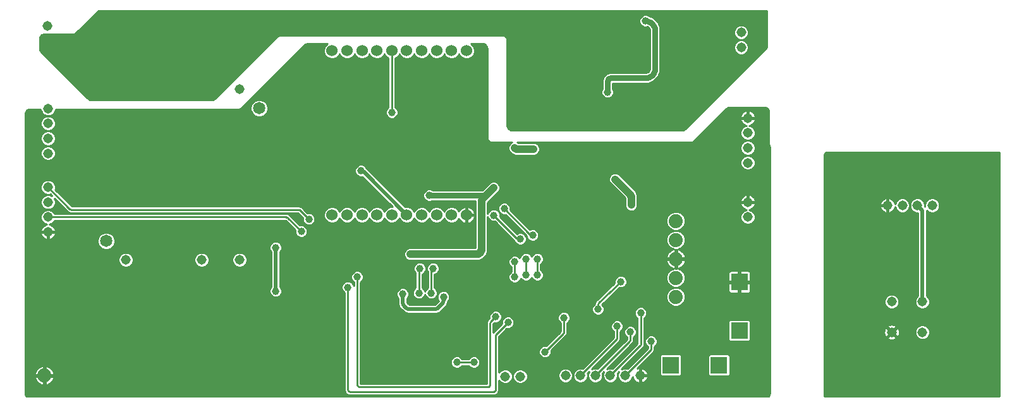
<source format=gbl>
G75*
G70*
%OFA0B0*%
%FSLAX24Y24*%
%IPPOS*%
%LPD*%
%AMOC8*
5,1,8,0,0,1.08239X$1,22.5*
%
%ADD10R,0.0886X0.0886*%
%ADD11C,0.0740*%
%ADD12C,0.0515*%
%ADD13C,0.0650*%
%ADD14C,0.0600*%
%ADD15C,0.0396*%
%ADD16C,0.0200*%
%ADD17C,0.0400*%
%ADD18C,0.0300*%
%ADD19C,0.0100*%
%ADD20C,0.0709*%
%ADD21C,0.0945*%
D10*
X035821Y002402D03*
X038380Y002402D03*
X039451Y004223D03*
X039451Y006782D03*
D11*
X036101Y007002D03*
X036101Y007002D03*
X036101Y006002D03*
X036101Y006002D03*
X036101Y008002D03*
X036101Y008002D03*
X036101Y009002D03*
X036101Y009002D03*
X036101Y010002D03*
X036101Y010002D03*
X029601Y016502D03*
X002801Y001852D03*
D12*
X007101Y007952D03*
X009101Y007952D03*
X011101Y007952D03*
X013101Y007952D03*
X003001Y009421D03*
X003001Y010209D03*
X003001Y010996D03*
X003001Y011783D03*
X003001Y013571D03*
X003001Y014359D03*
X003001Y015146D03*
X003001Y015933D03*
X007101Y016952D03*
X009101Y016952D03*
X013101Y016952D03*
X002951Y019509D03*
X002951Y020296D03*
X039551Y019946D03*
X039551Y019159D03*
X039901Y015433D03*
X039901Y014646D03*
X039901Y013859D03*
X039901Y013071D03*
X039901Y010996D03*
X039901Y010209D03*
X047265Y010822D03*
X048052Y010822D03*
X048839Y010822D03*
X049627Y010822D03*
X049103Y005750D03*
X047488Y005750D03*
X047488Y004135D03*
X049103Y004135D03*
X034219Y001852D03*
X033432Y001852D03*
X032644Y001852D03*
X031857Y001852D03*
X031070Y001852D03*
X030282Y001852D03*
X027894Y001802D03*
X027107Y001802D03*
D13*
X006065Y008952D03*
X014136Y015952D03*
D14*
X017977Y018983D03*
X018764Y018983D03*
X019552Y018983D03*
X020339Y018983D03*
X021126Y018983D03*
X021914Y018983D03*
X022701Y018983D03*
X023489Y018983D03*
X024276Y018983D03*
X025063Y018983D03*
X025063Y010322D03*
X024276Y010322D03*
X023489Y010322D03*
X022701Y010322D03*
X021914Y010322D03*
X021126Y010322D03*
X020339Y010322D03*
X019552Y010322D03*
X018764Y010322D03*
X017977Y010322D03*
D15*
X016751Y010102D03*
X016351Y009452D03*
X015001Y008602D03*
X019301Y007052D03*
X018801Y006502D03*
X017701Y006252D03*
X015001Y006302D03*
X020051Y008252D03*
X022101Y008252D03*
X023901Y008252D03*
X024151Y007502D03*
X023301Y007502D03*
X022601Y007502D03*
X022551Y006202D03*
X021701Y006152D03*
X023201Y006202D03*
X023851Y006002D03*
X025601Y004902D03*
X026601Y004952D03*
X027251Y004652D03*
X027501Y003952D03*
X029201Y003102D03*
X025451Y002552D03*
X024551Y002552D03*
X024551Y001802D03*
X021801Y002602D03*
X021701Y004152D03*
X027601Y007052D03*
X028201Y007152D03*
X028801Y007152D03*
X027601Y007852D03*
X028201Y008002D03*
X028801Y008002D03*
X028551Y009252D03*
X027901Y009052D03*
X026501Y010302D03*
X027051Y010652D03*
X026501Y011752D03*
X023101Y011352D03*
X019501Y012652D03*
X017001Y011552D03*
X021126Y015729D03*
X027601Y013852D03*
X028601Y013802D03*
X030451Y012852D03*
X032901Y012202D03*
X032251Y011052D03*
X033751Y010852D03*
X035801Y012752D03*
X035251Y015152D03*
X035001Y016902D03*
X032501Y016802D03*
X027901Y017602D03*
X034501Y020552D03*
X008051Y017452D03*
X033201Y006802D03*
X034451Y007652D03*
X032001Y005352D03*
X030201Y004902D03*
X033001Y004452D03*
X033701Y004152D03*
X034801Y003652D03*
X037351Y004402D03*
X034251Y005152D03*
D16*
X037351Y004403D02*
X037370Y004402D01*
X037388Y004397D01*
X037406Y004390D01*
X037422Y004380D01*
X037437Y004368D01*
X037436Y004367D02*
X037451Y004352D01*
X034587Y007689D02*
X034601Y007702D01*
X034499Y007652D02*
X034451Y007652D01*
X034499Y007652D02*
X034519Y007654D01*
X034538Y007658D01*
X034556Y007666D01*
X034572Y007676D01*
X034587Y007689D01*
X032387Y011089D02*
X032401Y011102D01*
X032299Y011052D02*
X032251Y011052D01*
X032299Y011052D02*
X032319Y011054D01*
X032338Y011058D01*
X032356Y011066D01*
X032372Y011076D01*
X032387Y011089D01*
X030415Y012767D02*
X030401Y012752D01*
X030416Y012766D02*
X030428Y012781D01*
X030438Y012797D01*
X030445Y012815D01*
X030450Y012833D01*
X030451Y012852D01*
X035801Y012752D02*
X035901Y012652D01*
X024151Y007502D02*
X024151Y007452D01*
X023851Y006002D02*
X023851Y005806D01*
X023778Y005629D02*
X023574Y005426D01*
X023397Y005352D02*
X022054Y005352D01*
X021878Y005426D02*
X021774Y005529D01*
X021701Y005706D02*
X021701Y006152D01*
X021701Y005706D02*
X021703Y005678D01*
X021707Y005650D01*
X021715Y005623D01*
X021726Y005598D01*
X021739Y005573D01*
X021756Y005550D01*
X021774Y005529D01*
X021877Y005425D02*
X021898Y005407D01*
X021921Y005390D01*
X021946Y005377D01*
X021971Y005366D01*
X021998Y005358D01*
X022026Y005354D01*
X022054Y005352D01*
X023397Y005352D02*
X023425Y005354D01*
X023453Y005358D01*
X023480Y005366D01*
X023505Y005377D01*
X023530Y005390D01*
X023553Y005407D01*
X023574Y005425D01*
X023778Y005629D02*
X023796Y005650D01*
X023813Y005673D01*
X023826Y005698D01*
X023837Y005723D01*
X023845Y005750D01*
X023849Y005778D01*
X023851Y005806D01*
X025601Y004902D02*
X025601Y004702D01*
X027501Y004002D02*
X027501Y003952D01*
X024601Y002052D02*
X024586Y002038D01*
X024587Y002037D02*
X024572Y002010D01*
X024560Y001982D01*
X024551Y001953D01*
X024545Y001923D01*
X024542Y001893D01*
X024542Y001862D01*
X024545Y001832D01*
X024551Y001802D01*
X021801Y002602D02*
X021801Y002752D01*
X018001Y006152D02*
X017937Y006216D01*
X017849Y006252D02*
X017701Y006252D01*
X017849Y006252D02*
X017869Y006250D01*
X017888Y006246D01*
X017906Y006238D01*
X017922Y006228D01*
X017937Y006215D01*
X015001Y006302D02*
X015001Y008602D01*
X020051Y008302D02*
X020051Y008252D01*
X021914Y010322D02*
X019620Y012616D01*
X019531Y012652D02*
X019501Y012652D01*
X019531Y012652D02*
X019551Y012650D01*
X019570Y012646D01*
X019588Y012638D01*
X019604Y012628D01*
X019619Y012615D01*
X017101Y011603D02*
X017082Y011602D01*
X017064Y011597D01*
X017046Y011590D01*
X017030Y011580D01*
X017015Y011568D01*
X017015Y011567D02*
X017001Y011552D01*
X008051Y017452D02*
X007937Y017566D01*
X007849Y017602D02*
X007801Y017602D01*
X007849Y017602D02*
X007869Y017600D01*
X007888Y017596D01*
X007906Y017588D01*
X007922Y017578D01*
X007937Y017565D01*
X048839Y010822D02*
X049103Y010559D01*
X049103Y005750D01*
D17*
X033751Y010852D02*
X033751Y011249D01*
X033678Y011426D02*
X032901Y012202D01*
X033678Y011426D02*
X033696Y011405D01*
X033713Y011382D01*
X033726Y011357D01*
X033737Y011332D01*
X033745Y011305D01*
X033749Y011277D01*
X033751Y011249D01*
X028601Y013802D02*
X027721Y013802D01*
X027699Y013803D01*
X027677Y013808D01*
X027656Y013815D01*
X027635Y013825D01*
X027617Y013837D01*
X027600Y013852D01*
X026501Y011752D02*
X025924Y011176D01*
X025851Y010999D02*
X025851Y008502D01*
X025849Y008472D01*
X025844Y008442D01*
X025835Y008413D01*
X025822Y008386D01*
X025807Y008360D01*
X025788Y008336D01*
X025767Y008315D01*
X025743Y008296D01*
X025717Y008281D01*
X025690Y008268D01*
X025661Y008259D01*
X025631Y008254D01*
X025601Y008252D01*
X023901Y008252D01*
X022101Y008252D01*
X025851Y010999D02*
X025853Y011027D01*
X025857Y011055D01*
X025865Y011082D01*
X025876Y011107D01*
X025889Y011132D01*
X025906Y011155D01*
X025924Y011176D01*
D18*
X026049Y011352D02*
X023101Y011352D01*
X026049Y011352D02*
X026069Y011354D01*
X026088Y011358D01*
X026106Y011366D01*
X026122Y011376D01*
X026137Y011389D01*
X026501Y011752D01*
X032501Y016802D02*
X032501Y017352D01*
X032503Y017378D01*
X032508Y017404D01*
X032516Y017429D01*
X032528Y017452D01*
X032542Y017474D01*
X032560Y017493D01*
X032579Y017511D01*
X032601Y017525D01*
X032624Y017537D01*
X032649Y017545D01*
X032675Y017550D01*
X032701Y017552D01*
X034501Y017552D01*
X034545Y017554D01*
X034588Y017560D01*
X034630Y017569D01*
X034672Y017582D01*
X034712Y017599D01*
X034751Y017619D01*
X034788Y017642D01*
X034822Y017669D01*
X034855Y017698D01*
X034884Y017731D01*
X034911Y017765D01*
X034934Y017802D01*
X034954Y017841D01*
X034971Y017881D01*
X034984Y017923D01*
X034993Y017965D01*
X034999Y018008D01*
X035001Y018052D01*
X035001Y020052D01*
X034999Y020096D01*
X034993Y020139D01*
X034984Y020181D01*
X034971Y020223D01*
X034954Y020263D01*
X034934Y020302D01*
X034911Y020339D01*
X034884Y020373D01*
X034855Y020406D01*
X034822Y020435D01*
X034788Y020462D01*
X034751Y020485D01*
X034712Y020505D01*
X034672Y020522D01*
X034630Y020535D01*
X034588Y020544D01*
X034545Y020550D01*
X034501Y020552D01*
D19*
X001806Y000854D02*
X001820Y000807D01*
X001843Y000763D01*
X001852Y000752D01*
X040999Y000752D01*
X041009Y000763D01*
X041032Y000807D01*
X041046Y000854D01*
X041051Y000902D01*
X041051Y013902D01*
X041046Y013951D01*
X041032Y013998D01*
X041009Y014041D01*
X040978Y014079D01*
X040940Y014110D01*
X040896Y014133D01*
X040850Y014148D01*
X040801Y014152D01*
X040155Y014152D01*
X040229Y014078D01*
X040120Y014187D01*
X039978Y014246D01*
X039824Y014246D01*
X039681Y014187D01*
X039572Y014078D01*
X039513Y013936D01*
X039513Y013782D01*
X039572Y013639D01*
X039681Y013530D01*
X039824Y013471D01*
X039978Y013471D01*
X040120Y013530D01*
X040229Y013639D01*
X040288Y013782D01*
X040288Y013936D01*
X040229Y014078D01*
X040288Y013936D01*
X040288Y013782D01*
X040229Y013639D01*
X040120Y013530D01*
X039978Y013471D01*
X039824Y013471D01*
X039681Y013530D01*
X039572Y013639D01*
X039513Y013782D01*
X039513Y013936D01*
X039572Y014078D01*
X039647Y014152D01*
X027739Y014152D01*
X027787Y014132D01*
X028666Y014132D01*
X028788Y014082D01*
X028881Y013989D01*
X028931Y013868D01*
X028931Y013737D01*
X028881Y013615D01*
X028788Y013523D01*
X028666Y013472D01*
X027656Y013472D01*
X027622Y013472D01*
X027622Y013472D01*
X027438Y013549D01*
X027438Y013549D01*
X027367Y013619D01*
X027321Y013665D01*
X027271Y013787D01*
X027271Y013918D01*
X027321Y014039D01*
X027414Y014132D01*
X027463Y014152D01*
X026401Y014152D01*
X026352Y014157D01*
X026305Y014171D01*
X026262Y014194D01*
X026224Y014226D01*
X026193Y014263D01*
X026170Y014307D01*
X026156Y014354D01*
X026151Y014402D01*
X026151Y019102D01*
X026146Y019151D01*
X026132Y019198D01*
X026109Y019241D01*
X026078Y019279D01*
X026040Y019310D01*
X025996Y019333D01*
X025950Y019348D01*
X025901Y019352D01*
X025295Y019352D01*
X025307Y019348D01*
X025428Y019227D01*
X025493Y019069D01*
X025493Y018898D01*
X025428Y018739D01*
X025307Y018619D01*
X025149Y018553D01*
X024978Y018553D01*
X024820Y018619D01*
X024699Y018739D01*
X024670Y018810D01*
X024640Y018739D01*
X024520Y018619D01*
X024361Y018553D01*
X024190Y018553D01*
X024032Y018619D01*
X023911Y018739D01*
X023882Y018810D01*
X023853Y018739D01*
X023732Y018619D01*
X023574Y018553D01*
X023403Y018553D01*
X023245Y018619D01*
X023124Y018739D01*
X023095Y018810D01*
X023066Y018739D01*
X022945Y018619D01*
X022787Y018553D01*
X022616Y018553D01*
X022458Y018619D01*
X022337Y018739D01*
X022307Y018810D01*
X022278Y018739D01*
X022157Y018619D01*
X021999Y018553D01*
X021828Y018553D01*
X021670Y018619D01*
X021549Y018739D01*
X021520Y018810D01*
X021491Y018739D01*
X021370Y018619D01*
X021306Y018592D01*
X021306Y016009D01*
X021312Y016007D01*
X021404Y015914D01*
X021454Y015794D01*
X021454Y015663D01*
X021404Y015543D01*
X021312Y015450D01*
X021192Y015400D01*
X021061Y015400D01*
X020941Y015450D01*
X020848Y015543D01*
X020798Y015663D01*
X020798Y015794D01*
X020848Y015914D01*
X020941Y016007D01*
X020946Y016009D01*
X020946Y018592D01*
X020883Y018619D01*
X020762Y018739D01*
X020733Y018810D01*
X020703Y018739D01*
X020583Y018619D01*
X020424Y018553D01*
X020253Y018553D01*
X020095Y018619D01*
X019974Y018739D01*
X019945Y018810D01*
X019916Y018739D01*
X019795Y018619D01*
X019637Y018553D01*
X019466Y018553D01*
X019308Y018619D01*
X019187Y018739D01*
X019158Y018810D01*
X019129Y018739D01*
X019008Y018619D01*
X018850Y018553D01*
X018679Y018553D01*
X018521Y018619D01*
X018400Y018739D01*
X018370Y018810D01*
X018341Y018739D01*
X018220Y018619D01*
X018062Y018553D01*
X017891Y018553D01*
X017733Y018619D01*
X017612Y018739D01*
X017547Y018898D01*
X017547Y019069D01*
X017612Y019227D01*
X017733Y019348D01*
X017745Y019352D01*
X016704Y019352D01*
X016656Y019348D01*
X016609Y019333D01*
X016565Y019310D01*
X016528Y019279D01*
X013224Y015976D01*
X013186Y015944D01*
X013143Y015921D01*
X013096Y015907D01*
X013047Y015902D01*
X003388Y015902D01*
X003388Y015856D01*
X003329Y015714D01*
X003220Y015605D01*
X003078Y015546D01*
X002924Y015546D01*
X002781Y015605D01*
X002672Y015714D01*
X002613Y015856D01*
X002613Y015902D01*
X002051Y015902D01*
X002002Y015898D01*
X001955Y015883D01*
X001912Y015860D01*
X001874Y015829D01*
X001843Y015791D01*
X001820Y015748D01*
X001806Y015701D01*
X001801Y015652D01*
X001801Y000902D01*
X001806Y000854D01*
X001802Y000894D02*
X018721Y000894D01*
X018703Y000904D02*
X018844Y000822D01*
X018851Y000822D01*
X026401Y000822D01*
X026416Y000822D01*
X026550Y000822D01*
X026557Y000822D01*
X026557Y000822D01*
X026699Y000904D01*
X026699Y000904D01*
X026699Y000904D01*
X026781Y001046D01*
X026781Y001053D01*
X026781Y001581D01*
X026888Y001474D01*
X027030Y001415D01*
X027184Y001415D01*
X027327Y001474D01*
X027436Y001583D01*
X027495Y001725D01*
X027495Y001879D01*
X027507Y001879D01*
X027507Y001725D01*
X027566Y001583D01*
X027675Y001474D01*
X027817Y001415D01*
X027972Y001415D01*
X028114Y001474D01*
X028223Y001583D01*
X028282Y001725D01*
X028282Y001879D01*
X029895Y001879D01*
X029895Y001929D02*
X029895Y001775D01*
X029954Y001633D01*
X030063Y001524D01*
X030205Y001465D01*
X030359Y001465D01*
X030502Y001524D01*
X030611Y001633D01*
X030670Y001775D01*
X030670Y001929D01*
X030611Y002072D01*
X030502Y002181D01*
X030359Y002240D01*
X030205Y002240D01*
X030063Y002181D01*
X029954Y002072D01*
X029895Y001929D01*
X029915Y001978D02*
X028241Y001978D01*
X028223Y002022D02*
X028282Y001879D01*
X028282Y001781D02*
X029895Y001781D01*
X029933Y001682D02*
X028264Y001682D01*
X028223Y001583D02*
X030003Y001583D01*
X030157Y001485D02*
X028125Y001485D01*
X027664Y001485D02*
X027338Y001485D01*
X027436Y001583D02*
X027566Y001583D01*
X027525Y001682D02*
X027477Y001682D01*
X027495Y001781D02*
X027507Y001781D01*
X027507Y001879D02*
X027566Y002022D01*
X027675Y002131D01*
X027817Y002190D01*
X027972Y002190D01*
X028114Y002131D01*
X028223Y002022D01*
X028169Y002076D02*
X029958Y002076D01*
X030057Y002175D02*
X028008Y002175D01*
X027781Y002175D02*
X027221Y002175D01*
X027184Y002190D02*
X027030Y002190D01*
X026888Y002131D01*
X026781Y002024D01*
X026781Y003928D01*
X026817Y003964D01*
X026817Y003964D01*
X027180Y004327D01*
X027185Y004324D01*
X027316Y004324D01*
X027437Y004374D01*
X027529Y004466D01*
X027579Y004587D01*
X027579Y004718D01*
X027529Y004838D01*
X027437Y004930D01*
X027316Y004980D01*
X027185Y004980D01*
X027065Y004930D01*
X026973Y004838D01*
X026923Y004718D01*
X026923Y004587D01*
X026925Y004581D01*
X026563Y004219D01*
X026563Y004219D01*
X026510Y004166D01*
X026496Y004152D01*
X026481Y004137D01*
X026481Y004526D01*
X026481Y004578D01*
X026530Y004627D01*
X026535Y004624D01*
X026666Y004624D01*
X026787Y004674D01*
X026879Y004766D01*
X026929Y004887D01*
X026929Y005018D01*
X026879Y005138D01*
X026787Y005230D01*
X026666Y005280D01*
X026535Y005280D01*
X026415Y005230D01*
X026323Y005138D01*
X026273Y005018D01*
X026273Y004887D01*
X026275Y004881D01*
X026157Y004764D01*
X026157Y004750D01*
X026131Y004685D01*
X026121Y004675D01*
X026121Y004601D01*
X026121Y004526D01*
X026121Y001432D01*
X026101Y001432D01*
X019481Y001432D01*
X019481Y001452D01*
X019481Y006772D01*
X019487Y006774D01*
X019579Y006866D01*
X019629Y006987D01*
X019629Y007118D01*
X019579Y007238D01*
X019487Y007330D01*
X019366Y007380D01*
X019235Y007380D01*
X019115Y007330D01*
X019023Y007238D01*
X018973Y007118D01*
X018973Y006987D01*
X019023Y006866D01*
X019115Y006774D01*
X019121Y006772D01*
X019121Y006587D01*
X019079Y006688D01*
X018987Y006780D01*
X018866Y006830D01*
X018735Y006830D01*
X018615Y006780D01*
X018523Y006688D01*
X018473Y006568D01*
X018473Y006437D01*
X018523Y006316D01*
X018615Y006224D01*
X018621Y006222D01*
X018621Y001202D01*
X018621Y001183D01*
X018621Y001053D01*
X018621Y001046D01*
X018621Y001046D01*
X018703Y000904D01*
X018703Y000904D01*
X018703Y000904D01*
X018652Y000992D02*
X001801Y000992D01*
X001801Y001091D02*
X018621Y001091D01*
X018621Y001189D02*
X001801Y001189D01*
X001801Y001288D02*
X018621Y001288D01*
X018621Y001386D02*
X003032Y001386D01*
X003000Y001370D02*
X003073Y001408D01*
X003140Y001456D01*
X003197Y001514D01*
X003246Y001580D01*
X003283Y001653D01*
X003308Y001731D01*
X003319Y001802D01*
X002851Y001802D01*
X002851Y001334D01*
X002923Y001345D01*
X003000Y001370D01*
X002851Y001386D02*
X002751Y001386D01*
X002751Y001334D02*
X002751Y001802D01*
X002851Y001802D01*
X002851Y001902D01*
X003319Y001902D01*
X003308Y001974D01*
X003283Y002052D01*
X003246Y002125D01*
X003197Y002191D01*
X003140Y002249D01*
X003073Y002297D01*
X003000Y002334D01*
X002923Y002360D01*
X002851Y002371D01*
X002851Y001903D01*
X002751Y001903D01*
X002751Y002371D01*
X002679Y002360D01*
X002601Y002334D01*
X002528Y002297D01*
X002462Y002249D01*
X002404Y002191D01*
X002356Y002125D01*
X002319Y002052D01*
X002294Y001974D01*
X002282Y001902D01*
X002751Y001902D01*
X002751Y001802D01*
X002282Y001802D01*
X002294Y001731D01*
X002319Y001653D01*
X002356Y001580D01*
X002404Y001514D01*
X002462Y001456D01*
X002528Y001408D01*
X002601Y001370D01*
X002679Y001345D01*
X002751Y001334D01*
X002751Y001485D02*
X002851Y001485D01*
X002851Y001583D02*
X002751Y001583D01*
X002751Y001682D02*
X002851Y001682D01*
X002851Y001781D02*
X002751Y001781D01*
X002751Y001879D02*
X001801Y001879D01*
X001801Y001781D02*
X002286Y001781D01*
X002309Y001682D02*
X001801Y001682D01*
X001801Y001583D02*
X002354Y001583D01*
X002433Y001485D02*
X001801Y001485D01*
X001801Y001386D02*
X002570Y001386D01*
X003169Y001485D02*
X018621Y001485D01*
X018621Y001583D02*
X003247Y001583D01*
X003292Y001682D02*
X018621Y001682D01*
X018621Y001781D02*
X003316Y001781D01*
X003307Y001978D02*
X018621Y001978D01*
X018621Y002076D02*
X003270Y002076D01*
X003209Y002175D02*
X018621Y002175D01*
X018621Y002273D02*
X003106Y002273D01*
X002851Y002273D02*
X002751Y002273D01*
X002751Y002175D02*
X002851Y002175D01*
X002851Y002076D02*
X002751Y002076D01*
X002751Y001978D02*
X002851Y001978D01*
X002851Y001879D02*
X018621Y001879D01*
X018621Y002372D02*
X001801Y002372D01*
X001801Y002470D02*
X018621Y002470D01*
X018621Y002569D02*
X001801Y002569D01*
X001801Y002667D02*
X018621Y002667D01*
X018621Y002766D02*
X001801Y002766D01*
X001801Y002864D02*
X018621Y002864D01*
X018621Y002963D02*
X001801Y002963D01*
X001801Y003062D02*
X018621Y003062D01*
X018621Y003160D02*
X001801Y003160D01*
X001801Y003259D02*
X018621Y003259D01*
X018621Y003357D02*
X001801Y003357D01*
X001801Y003456D02*
X018621Y003456D01*
X018621Y003554D02*
X001801Y003554D01*
X001801Y003653D02*
X018621Y003653D01*
X018621Y003751D02*
X001801Y003751D01*
X001801Y003850D02*
X018621Y003850D01*
X018621Y003948D02*
X001801Y003948D01*
X001801Y004047D02*
X018621Y004047D01*
X018621Y004146D02*
X001801Y004146D01*
X001801Y004244D02*
X018621Y004244D01*
X018621Y004343D02*
X001801Y004343D01*
X001801Y004441D02*
X018621Y004441D01*
X018621Y004540D02*
X001801Y004540D01*
X001801Y004638D02*
X018621Y004638D01*
X018621Y004737D02*
X001801Y004737D01*
X001801Y004835D02*
X018621Y004835D01*
X018621Y004934D02*
X001801Y004934D01*
X001801Y005032D02*
X018621Y005032D01*
X018621Y005131D02*
X001801Y005131D01*
X001801Y005230D02*
X018621Y005230D01*
X018621Y005328D02*
X001801Y005328D01*
X001801Y005427D02*
X018621Y005427D01*
X018621Y005525D02*
X001801Y005525D01*
X001801Y005624D02*
X018621Y005624D01*
X018621Y005722D02*
X001801Y005722D01*
X001801Y005821D02*
X018621Y005821D01*
X018621Y005919D02*
X001801Y005919D01*
X001801Y006018D02*
X014830Y006018D01*
X014815Y006024D02*
X014935Y005974D01*
X015066Y005974D01*
X015187Y006024D01*
X015279Y006116D01*
X018621Y006116D01*
X018621Y006018D02*
X015171Y006018D01*
X015279Y006116D02*
X015329Y006237D01*
X015329Y006368D01*
X015279Y006488D01*
X015231Y006536D01*
X015231Y008368D01*
X015279Y008416D01*
X015329Y008537D01*
X015329Y008668D01*
X015279Y008788D01*
X015187Y008880D01*
X015066Y008930D01*
X014935Y008930D01*
X014815Y008880D01*
X014723Y008788D01*
X014673Y008668D01*
X014673Y008537D01*
X014723Y008416D01*
X014771Y008368D01*
X014771Y006536D01*
X014723Y006488D01*
X014673Y006368D01*
X014673Y006237D01*
X014723Y006116D01*
X001801Y006116D01*
X001801Y006215D02*
X014682Y006215D01*
X014673Y006314D02*
X001801Y006314D01*
X001801Y006412D02*
X014691Y006412D01*
X014745Y006511D02*
X001801Y006511D01*
X001801Y006609D02*
X014771Y006609D01*
X014771Y006708D02*
X001801Y006708D01*
X001801Y006806D02*
X014771Y006806D01*
X014771Y006905D02*
X001801Y006905D01*
X001801Y007003D02*
X014771Y007003D01*
X014771Y007102D02*
X001801Y007102D01*
X001801Y007200D02*
X014771Y007200D01*
X014771Y007299D02*
X001801Y007299D01*
X001801Y007397D02*
X014771Y007397D01*
X014771Y007496D02*
X001801Y007496D01*
X001801Y007595D02*
X006952Y007595D01*
X006881Y007624D02*
X007024Y007565D01*
X007178Y007565D01*
X007320Y007624D01*
X007429Y007733D01*
X007488Y007875D01*
X007488Y008029D01*
X007429Y008172D01*
X007320Y008281D01*
X007178Y008340D01*
X007024Y008340D01*
X006881Y008281D01*
X006772Y008172D01*
X006713Y008029D01*
X006713Y007875D01*
X006772Y007733D01*
X006881Y007624D01*
X006812Y007693D02*
X001801Y007693D01*
X001801Y007792D02*
X006748Y007792D01*
X006713Y007890D02*
X001801Y007890D01*
X001801Y007989D02*
X006713Y007989D01*
X006737Y008087D02*
X001801Y008087D01*
X001801Y008186D02*
X006786Y008186D01*
X006890Y008284D02*
X001801Y008284D01*
X001801Y008383D02*
X014756Y008383D01*
X014771Y008284D02*
X013312Y008284D01*
X013320Y008281D02*
X013178Y008340D01*
X013024Y008340D01*
X012881Y008281D01*
X012772Y008172D01*
X012713Y008029D01*
X012713Y007875D01*
X012772Y007733D01*
X012881Y007624D01*
X013024Y007565D01*
X013178Y007565D01*
X013320Y007624D01*
X013429Y007733D01*
X013488Y007875D01*
X013488Y008029D01*
X013429Y008172D01*
X013320Y008281D01*
X013415Y008186D02*
X014771Y008186D01*
X014771Y008087D02*
X013464Y008087D01*
X013488Y007989D02*
X014771Y007989D01*
X014771Y007890D02*
X013488Y007890D01*
X013454Y007792D02*
X014771Y007792D01*
X014771Y007693D02*
X013389Y007693D01*
X013249Y007595D02*
X014771Y007595D01*
X015231Y007595D02*
X022284Y007595D01*
X022273Y007568D02*
X022273Y007437D01*
X022323Y007316D01*
X022371Y007268D01*
X022371Y006483D01*
X022365Y006480D01*
X022273Y006388D01*
X022223Y006268D01*
X022223Y006137D01*
X022273Y006016D01*
X022365Y005924D01*
X022485Y005874D01*
X022616Y005874D01*
X022737Y005924D01*
X022829Y006016D01*
X022876Y006130D01*
X022923Y006016D01*
X023015Y005924D01*
X023135Y005874D01*
X023266Y005874D01*
X023387Y005924D01*
X023479Y006016D01*
X023529Y006137D01*
X023529Y006268D01*
X023479Y006388D01*
X023387Y006480D01*
X023381Y006483D01*
X023381Y007180D01*
X023487Y007224D01*
X023579Y007316D01*
X023629Y007437D01*
X023629Y007568D01*
X023579Y007688D01*
X023487Y007780D01*
X023366Y007830D01*
X023235Y007830D01*
X023115Y007780D01*
X023023Y007688D01*
X022973Y007568D01*
X022973Y007437D01*
X023021Y007321D01*
X023021Y007276D01*
X023021Y006483D01*
X023015Y006480D01*
X022923Y006388D01*
X022876Y006275D01*
X022829Y006388D01*
X022737Y006480D01*
X022731Y006483D01*
X022731Y007201D01*
X022787Y007224D01*
X022879Y007316D01*
X022929Y007437D01*
X022929Y007568D01*
X022879Y007688D01*
X022787Y007780D01*
X022666Y007830D01*
X022535Y007830D01*
X022415Y007780D01*
X022323Y007688D01*
X022273Y007568D01*
X022273Y007496D02*
X015231Y007496D01*
X015231Y007397D02*
X022289Y007397D01*
X022340Y007299D02*
X019518Y007299D01*
X019595Y007200D02*
X022371Y007200D01*
X022371Y007102D02*
X019629Y007102D01*
X019629Y007003D02*
X022371Y007003D01*
X022371Y006905D02*
X019595Y006905D01*
X019519Y006806D02*
X022371Y006806D01*
X022371Y006708D02*
X019481Y006708D01*
X019481Y006609D02*
X022371Y006609D01*
X022371Y006511D02*
X019481Y006511D01*
X019481Y006412D02*
X021496Y006412D01*
X021515Y006430D02*
X021423Y006338D01*
X021373Y006218D01*
X021373Y006087D01*
X021423Y005966D01*
X021471Y005918D01*
X021471Y005801D01*
X021471Y005779D01*
X021471Y005611D01*
X021471Y005610D01*
X021544Y005434D01*
X021544Y005434D01*
X021544Y005434D01*
X021544Y005434D01*
X021648Y005330D01*
X021660Y005318D01*
X021782Y005196D01*
X021782Y005195D01*
X021959Y005122D01*
X023302Y005122D01*
X023317Y005122D01*
X023492Y005122D01*
X023493Y005122D01*
X023493Y005122D01*
X023493Y005122D01*
X023669Y005195D01*
X023669Y005196D01*
X023669Y005196D01*
X023873Y005399D01*
X023940Y005466D01*
X023941Y005467D01*
X024008Y005534D01*
X024081Y005710D01*
X024081Y005710D01*
X024081Y005711D01*
X024081Y005768D01*
X024129Y005816D01*
X024179Y005937D01*
X024179Y006068D01*
X024129Y006188D01*
X024037Y006280D01*
X023916Y006330D01*
X023785Y006330D01*
X023665Y006280D01*
X023573Y006188D01*
X023523Y006068D01*
X023523Y005937D01*
X023573Y005816D01*
X023606Y005783D01*
X023548Y005724D01*
X023411Y005588D01*
X023408Y005586D01*
X023401Y005583D01*
X023397Y005582D01*
X023316Y005582D01*
X023302Y005582D01*
X022054Y005582D01*
X022050Y005583D01*
X022043Y005586D01*
X022040Y005588D01*
X021985Y005643D01*
X021973Y005656D01*
X021937Y005692D01*
X021934Y005695D01*
X021931Y005702D01*
X021931Y005706D01*
X021931Y005779D01*
X021931Y005801D01*
X021931Y005918D01*
X021979Y005966D01*
X022029Y006087D01*
X022029Y006218D01*
X021979Y006338D01*
X021887Y006430D01*
X021766Y006480D01*
X021635Y006480D01*
X021515Y006430D01*
X021412Y006314D02*
X019481Y006314D01*
X019481Y006215D02*
X021373Y006215D01*
X021373Y006116D02*
X019481Y006116D01*
X019481Y006018D02*
X021401Y006018D01*
X021470Y005919D02*
X019481Y005919D01*
X019481Y005821D02*
X021471Y005821D01*
X021471Y005722D02*
X019481Y005722D01*
X019481Y005624D02*
X021471Y005624D01*
X021471Y005611D02*
X021471Y005611D01*
X021471Y005610D02*
X021471Y005610D01*
X021506Y005525D02*
X019481Y005525D01*
X019481Y005427D02*
X021551Y005427D01*
X021650Y005328D02*
X019481Y005328D01*
X019481Y005230D02*
X021748Y005230D01*
X021782Y005196D02*
X021782Y005196D01*
X021782Y005195D02*
X021782Y005195D01*
X021938Y005131D02*
X019481Y005131D01*
X019481Y005032D02*
X026279Y005032D01*
X026273Y004934D02*
X019481Y004934D01*
X019481Y004835D02*
X026229Y004835D01*
X026152Y004737D02*
X019481Y004737D01*
X019481Y004638D02*
X026121Y004638D01*
X026121Y004540D02*
X019481Y004540D01*
X019481Y004441D02*
X026121Y004441D01*
X026121Y004343D02*
X019481Y004343D01*
X019481Y004244D02*
X026121Y004244D01*
X026121Y004146D02*
X019481Y004146D01*
X019481Y004047D02*
X026121Y004047D01*
X026121Y003948D02*
X019481Y003948D01*
X019481Y003850D02*
X026121Y003850D01*
X026121Y003751D02*
X019481Y003751D01*
X019481Y003653D02*
X026121Y003653D01*
X026121Y003554D02*
X019481Y003554D01*
X019481Y003456D02*
X026121Y003456D01*
X026121Y003357D02*
X019481Y003357D01*
X019481Y003259D02*
X026121Y003259D01*
X026121Y003160D02*
X019481Y003160D01*
X019481Y003062D02*
X026121Y003062D01*
X026121Y002963D02*
X019481Y002963D01*
X019481Y002864D02*
X024447Y002864D01*
X024485Y002880D02*
X024365Y002830D01*
X024273Y002738D01*
X024223Y002618D01*
X024223Y002487D01*
X024273Y002366D01*
X024365Y002274D01*
X024485Y002224D01*
X024616Y002224D01*
X024737Y002274D01*
X024829Y002366D01*
X024831Y002372D01*
X025170Y002372D01*
X025173Y002366D01*
X025265Y002274D01*
X025385Y002224D01*
X025516Y002224D01*
X025637Y002274D01*
X025729Y002366D01*
X025779Y002487D01*
X025779Y002618D01*
X025729Y002738D01*
X025637Y002830D01*
X025516Y002880D01*
X025385Y002880D01*
X025265Y002830D01*
X025173Y002738D01*
X025170Y002732D01*
X024831Y002732D01*
X024829Y002738D01*
X024737Y002830D01*
X024616Y002880D01*
X024485Y002880D01*
X024655Y002864D02*
X025347Y002864D01*
X025200Y002766D02*
X024801Y002766D01*
X024551Y002552D02*
X025451Y002552D01*
X025758Y002667D02*
X026121Y002667D01*
X026121Y002569D02*
X025779Y002569D01*
X025772Y002470D02*
X026121Y002470D01*
X026121Y002372D02*
X025731Y002372D01*
X025634Y002273D02*
X026121Y002273D01*
X026121Y002175D02*
X019481Y002175D01*
X019481Y002273D02*
X024367Y002273D01*
X024270Y002372D02*
X019481Y002372D01*
X019481Y002470D02*
X024230Y002470D01*
X024223Y002569D02*
X019481Y002569D01*
X019481Y002667D02*
X024243Y002667D01*
X024300Y002766D02*
X019481Y002766D01*
X019481Y002076D02*
X026121Y002076D01*
X026121Y001978D02*
X019481Y001978D01*
X019481Y001879D02*
X026121Y001879D01*
X026121Y001781D02*
X019481Y001781D01*
X019481Y001682D02*
X026121Y001682D01*
X026121Y001583D02*
X019481Y001583D01*
X019481Y001485D02*
X026121Y001485D01*
X026301Y001377D02*
X026299Y001357D01*
X026295Y001338D01*
X026287Y001320D01*
X026277Y001304D01*
X026264Y001289D01*
X026249Y001276D01*
X026233Y001266D01*
X026215Y001258D01*
X026196Y001254D01*
X026176Y001252D01*
X019426Y001252D01*
X019406Y001254D01*
X019387Y001258D01*
X019369Y001266D01*
X019353Y001276D01*
X019338Y001289D01*
X019325Y001304D01*
X019315Y001320D01*
X019307Y001338D01*
X019303Y001357D01*
X019301Y001377D01*
X019301Y007052D01*
X019083Y006806D02*
X018924Y006806D01*
X019007Y006905D02*
X015231Y006905D01*
X015231Y007003D02*
X018973Y007003D01*
X018973Y007102D02*
X015231Y007102D01*
X015231Y007200D02*
X019007Y007200D01*
X019083Y007299D02*
X015231Y007299D01*
X015231Y007693D02*
X022328Y007693D01*
X022442Y007792D02*
X015231Y007792D01*
X015231Y007890D02*
X027273Y007890D01*
X027273Y007918D02*
X027273Y007787D01*
X027323Y007666D01*
X027415Y007574D01*
X027421Y007572D01*
X027421Y007333D01*
X027415Y007330D01*
X027323Y007238D01*
X027273Y007118D01*
X027273Y006987D01*
X027323Y006866D01*
X027415Y006774D01*
X027535Y006724D01*
X027666Y006724D01*
X027787Y006774D01*
X027879Y006866D01*
X027921Y006969D01*
X027923Y006966D01*
X028015Y006874D01*
X028135Y006824D01*
X028266Y006824D01*
X028387Y006874D01*
X028479Y006966D01*
X028501Y007019D01*
X028523Y006966D01*
X028615Y006874D01*
X028735Y006824D01*
X028866Y006824D01*
X028987Y006874D01*
X029079Y006966D01*
X029129Y007087D01*
X029129Y007218D01*
X029079Y007338D01*
X028987Y007430D01*
X028981Y007433D01*
X028981Y007722D01*
X028987Y007724D01*
X029079Y007816D01*
X029129Y007937D01*
X029129Y008068D01*
X029079Y008188D01*
X028987Y008280D01*
X028866Y008330D01*
X028735Y008330D01*
X028615Y008280D01*
X028523Y008188D01*
X028501Y008135D01*
X028479Y008188D01*
X028387Y008280D01*
X028266Y008330D01*
X028135Y008330D01*
X028015Y008280D01*
X027923Y008188D01*
X027873Y008068D01*
X027873Y008044D01*
X027787Y008130D01*
X027666Y008180D01*
X027535Y008180D01*
X027415Y008130D01*
X027323Y008038D01*
X027273Y007918D01*
X027302Y007989D02*
X025876Y007989D01*
X025929Y008011D02*
X025929Y008011D01*
X026092Y008174D01*
X026181Y008387D01*
X026181Y008437D01*
X026181Y010218D01*
X026223Y010116D01*
X026315Y010024D01*
X026435Y009974D01*
X026566Y009974D01*
X026572Y009977D01*
X027581Y008968D01*
X027623Y008866D01*
X027715Y008774D01*
X027835Y008724D01*
X027966Y008724D01*
X028087Y008774D01*
X028179Y008866D01*
X028229Y008987D01*
X028229Y009118D01*
X028179Y009238D01*
X028087Y009330D01*
X027966Y009380D01*
X027835Y009380D01*
X027724Y009334D01*
X026826Y010231D01*
X026829Y010237D01*
X026829Y010368D01*
X026799Y010441D01*
X026865Y010374D01*
X026985Y010324D01*
X027116Y010324D01*
X027122Y010327D01*
X028223Y009226D01*
X028223Y009187D01*
X028273Y009066D01*
X028365Y008974D01*
X028224Y008974D01*
X028229Y009073D02*
X028270Y009073D01*
X028229Y009171D02*
X028207Y009171D01*
X028179Y009270D02*
X028147Y009270D01*
X028080Y009368D02*
X027995Y009368D01*
X027982Y009467D02*
X027591Y009467D01*
X027689Y009368D02*
X027806Y009368D01*
X027715Y009089D02*
X027730Y009076D01*
X027746Y009066D01*
X027764Y009058D01*
X027783Y009054D01*
X027803Y009052D01*
X027901Y009052D01*
X027714Y009089D02*
X026501Y010302D01*
X026281Y010058D02*
X026181Y010058D01*
X026181Y009960D02*
X026589Y009960D01*
X026688Y009861D02*
X026181Y009861D01*
X026181Y009763D02*
X026786Y009763D01*
X026885Y009664D02*
X026181Y009664D01*
X026181Y009565D02*
X026983Y009565D01*
X027082Y009467D02*
X026181Y009467D01*
X026181Y009368D02*
X027180Y009368D01*
X027279Y009270D02*
X026181Y009270D01*
X026181Y009171D02*
X027377Y009171D01*
X027476Y009073D02*
X026181Y009073D01*
X026181Y008974D02*
X027574Y008974D01*
X027619Y008876D02*
X026181Y008876D01*
X026181Y008777D02*
X027712Y008777D01*
X028089Y008777D02*
X035653Y008777D01*
X035677Y008719D02*
X035818Y008578D01*
X035983Y008510D01*
X035979Y008510D01*
X035901Y008484D01*
X035828Y008447D01*
X035762Y008399D01*
X035704Y008341D01*
X035656Y008275D01*
X035619Y008202D01*
X035594Y008124D01*
X035582Y008052D01*
X036051Y008052D01*
X036051Y007952D01*
X036151Y007952D01*
X036151Y007502D01*
X036051Y007502D01*
X036051Y007952D01*
X035582Y007952D01*
X035594Y007881D01*
X035619Y007803D01*
X035656Y007730D01*
X035704Y007664D01*
X035762Y007606D01*
X035828Y007558D01*
X035901Y007520D01*
X035979Y007495D01*
X035983Y007495D01*
X035818Y007426D01*
X035677Y007286D01*
X035601Y007102D01*
X033335Y007102D01*
X033387Y007080D02*
X033266Y007130D01*
X033135Y007130D01*
X033015Y007080D01*
X032923Y006988D01*
X032873Y006868D01*
X032873Y006737D01*
X031965Y005869D01*
X031963Y005869D01*
X031911Y005817D01*
X031859Y005767D01*
X031859Y005753D01*
X031831Y005685D01*
X031821Y005675D01*
X031821Y005633D01*
X031815Y005630D01*
X031723Y005538D01*
X031673Y005418D01*
X031673Y005287D01*
X031723Y005166D01*
X031815Y005074D01*
X031935Y005024D01*
X032066Y005024D01*
X032187Y005074D01*
X032279Y005166D01*
X032329Y005287D01*
X032329Y005418D01*
X032279Y005538D01*
X032211Y005606D01*
X033123Y006479D01*
X033135Y006474D01*
X033266Y006474D01*
X033387Y006524D01*
X033479Y006616D01*
X033529Y006737D01*
X033529Y006868D01*
X033479Y006988D01*
X033387Y007080D01*
X033464Y007003D02*
X035601Y007003D01*
X035601Y006905D02*
X033514Y006905D01*
X033529Y006806D02*
X035641Y006806D01*
X035677Y006719D02*
X035818Y006578D01*
X036001Y006502D01*
X035818Y006426D01*
X035677Y006286D01*
X035601Y006102D01*
X035601Y005903D01*
X035677Y005719D01*
X035818Y005578D01*
X036001Y005502D01*
X036200Y005502D01*
X036384Y005578D01*
X036525Y005719D01*
X036601Y005903D01*
X036601Y006102D01*
X036525Y006286D01*
X036384Y006426D01*
X036200Y006502D01*
X036384Y006578D01*
X036525Y006719D01*
X036601Y006903D01*
X036601Y007102D01*
X038858Y007102D01*
X038858Y007200D02*
X036560Y007200D01*
X036525Y007286D02*
X036384Y007426D01*
X036219Y007495D01*
X036223Y007495D01*
X036300Y007520D01*
X036373Y007558D01*
X036440Y007606D01*
X036497Y007664D01*
X036546Y007730D01*
X036583Y007803D01*
X036608Y007881D01*
X036619Y007952D01*
X036151Y007952D01*
X036151Y008052D01*
X036619Y008052D01*
X036608Y008124D01*
X036583Y008202D01*
X036546Y008275D01*
X036497Y008341D01*
X036440Y008399D01*
X036373Y008447D01*
X036300Y008484D01*
X036223Y008510D01*
X036219Y008510D01*
X036384Y008578D01*
X036525Y008719D01*
X036601Y008903D01*
X036601Y009102D01*
X036525Y009286D01*
X036384Y009426D01*
X036200Y009502D01*
X036384Y009578D01*
X036525Y009719D01*
X036601Y009903D01*
X036601Y010102D01*
X036525Y010286D01*
X036384Y010426D01*
X036200Y010502D01*
X036001Y010502D01*
X035818Y010426D01*
X035677Y010286D01*
X035601Y010102D01*
X035601Y009903D01*
X035677Y009719D01*
X035818Y009578D01*
X036001Y009502D01*
X035818Y009426D01*
X035677Y009286D01*
X035601Y009102D01*
X035601Y008903D01*
X035677Y008719D01*
X035717Y008679D02*
X026181Y008679D01*
X026181Y008580D02*
X035816Y008580D01*
X035896Y008481D02*
X026181Y008481D01*
X026181Y008437D02*
X026181Y008437D01*
X026181Y008387D02*
X026181Y008387D01*
X026179Y008383D02*
X035746Y008383D01*
X035663Y008284D02*
X028977Y008284D01*
X029080Y008186D02*
X035614Y008186D01*
X035588Y008087D02*
X029121Y008087D01*
X029129Y007989D02*
X036051Y007989D01*
X036051Y008053D02*
X036051Y008502D01*
X036151Y008502D01*
X036151Y008053D01*
X036051Y008053D01*
X036051Y008087D02*
X036151Y008087D01*
X036151Y007989D02*
X041051Y007989D01*
X041051Y008087D02*
X036614Y008087D01*
X036588Y008186D02*
X041051Y008186D01*
X041051Y008284D02*
X036539Y008284D01*
X036456Y008383D02*
X041051Y008383D01*
X041051Y008481D02*
X036306Y008481D01*
X036386Y008580D02*
X041051Y008580D01*
X041051Y008679D02*
X036484Y008679D01*
X036549Y008777D02*
X041051Y008777D01*
X041051Y008876D02*
X036589Y008876D01*
X036601Y008974D02*
X041051Y008974D01*
X041051Y009073D02*
X036601Y009073D01*
X036572Y009171D02*
X041051Y009171D01*
X041051Y009270D02*
X036531Y009270D01*
X036442Y009368D02*
X041051Y009368D01*
X041051Y009467D02*
X036286Y009467D01*
X036200Y009502D02*
X036001Y009502D01*
X036200Y009502D01*
X036352Y009565D02*
X041051Y009565D01*
X041051Y009664D02*
X036469Y009664D01*
X036543Y009763D02*
X041051Y009763D01*
X041051Y009861D02*
X040074Y009861D01*
X040120Y009880D02*
X040229Y009989D01*
X040288Y010132D01*
X040288Y010286D01*
X040229Y010428D01*
X040120Y010537D01*
X039978Y010596D01*
X039996Y010599D01*
X040057Y010618D01*
X040114Y010648D01*
X040166Y010685D01*
X040212Y010731D01*
X040249Y010782D01*
X040278Y010840D01*
X040298Y010901D01*
X040308Y010964D01*
X040308Y010967D01*
X039930Y010967D01*
X039930Y011025D01*
X040308Y011025D01*
X040308Y011028D01*
X040298Y011091D01*
X040278Y011152D01*
X040249Y011210D01*
X040212Y011261D01*
X040166Y011307D01*
X040114Y011345D01*
X040057Y011374D01*
X039996Y011393D01*
X039933Y011404D01*
X039930Y011404D01*
X039930Y011025D01*
X039872Y011025D01*
X039872Y011404D01*
X039869Y011404D01*
X039805Y011393D01*
X039744Y011374D01*
X039687Y011345D01*
X039635Y011307D01*
X039590Y011261D01*
X039552Y011210D01*
X039523Y011152D01*
X039503Y011091D01*
X039493Y011028D01*
X039493Y011025D01*
X039872Y011025D01*
X039872Y010967D01*
X039493Y010967D01*
X039493Y010964D01*
X039503Y010901D01*
X039523Y010840D01*
X039552Y010782D01*
X039590Y010731D01*
X039635Y010685D01*
X039687Y010648D01*
X039744Y010618D01*
X039805Y010599D01*
X039823Y010596D01*
X039681Y010537D01*
X039572Y010428D01*
X039513Y010286D01*
X039513Y010132D01*
X039572Y009989D01*
X039681Y009880D01*
X039824Y009821D01*
X039978Y009821D01*
X040120Y009880D01*
X040200Y009960D02*
X041051Y009960D01*
X041051Y010058D02*
X040258Y010058D01*
X040288Y010157D02*
X041051Y010157D01*
X041051Y010255D02*
X040288Y010255D01*
X040260Y010354D02*
X041051Y010354D01*
X041051Y010452D02*
X040205Y010452D01*
X040087Y010551D02*
X041051Y010551D01*
X041051Y010649D02*
X040117Y010649D01*
X040224Y010748D02*
X041051Y010748D01*
X041051Y010846D02*
X040281Y010846D01*
X040305Y010945D02*
X041051Y010945D01*
X041051Y011044D02*
X040306Y011044D01*
X040282Y011142D02*
X041051Y011142D01*
X041051Y011241D02*
X040227Y011241D01*
X040122Y011339D02*
X041051Y011339D01*
X041051Y011438D02*
X034050Y011438D01*
X034081Y011364D02*
X033992Y011577D01*
X033957Y011612D01*
X033088Y012482D01*
X032966Y012532D01*
X032835Y012532D01*
X032714Y012482D01*
X032621Y012389D01*
X032571Y012268D01*
X032571Y012137D01*
X032621Y012015D01*
X033421Y011216D01*
X033421Y011183D01*
X033421Y010787D01*
X033471Y010665D01*
X033564Y010573D01*
X033685Y010522D01*
X033816Y010522D01*
X033938Y010573D01*
X034031Y010665D01*
X034081Y010787D01*
X034081Y011183D01*
X034081Y011249D01*
X034081Y011276D01*
X034081Y011314D01*
X034081Y011314D01*
X034081Y011364D01*
X034081Y011364D01*
X034081Y011339D02*
X039680Y011339D01*
X039575Y011241D02*
X034081Y011241D01*
X034081Y011142D02*
X039520Y011142D01*
X039496Y011044D02*
X034081Y011044D01*
X034081Y010945D02*
X039496Y010945D01*
X039521Y010846D02*
X034081Y010846D01*
X034065Y010748D02*
X039577Y010748D01*
X039685Y010649D02*
X034014Y010649D01*
X033885Y010551D02*
X039714Y010551D01*
X039596Y010452D02*
X036321Y010452D01*
X036456Y010354D02*
X039542Y010354D01*
X039513Y010255D02*
X036537Y010255D01*
X036578Y010157D02*
X039513Y010157D01*
X039544Y010058D02*
X036601Y010058D01*
X036601Y009960D02*
X039602Y009960D01*
X039727Y009861D02*
X036583Y009861D01*
X035916Y009467D02*
X028800Y009467D01*
X028829Y009438D02*
X028737Y009530D01*
X028616Y009580D01*
X028485Y009580D01*
X028409Y009549D01*
X027376Y010581D01*
X027379Y010587D01*
X027379Y010718D01*
X027329Y010838D01*
X027237Y010930D01*
X027116Y010980D01*
X026985Y010980D01*
X026865Y010930D01*
X026773Y010838D01*
X026723Y010718D01*
X026723Y010587D01*
X026753Y010514D01*
X026687Y010580D01*
X026566Y010630D01*
X026435Y010630D01*
X026315Y010580D01*
X026223Y010488D01*
X026181Y010387D01*
X026181Y010933D01*
X026181Y010966D01*
X026781Y011565D01*
X026831Y011687D01*
X026831Y011818D01*
X026781Y011939D01*
X026688Y012032D01*
X026566Y012082D01*
X026435Y012082D01*
X026314Y012032D01*
X025914Y011632D01*
X023282Y011632D01*
X023166Y011680D01*
X023035Y011680D01*
X022915Y011630D01*
X022823Y011538D01*
X022773Y011418D01*
X022773Y011287D01*
X022823Y011166D01*
X022915Y011074D01*
X023035Y011024D01*
X023166Y011024D01*
X023282Y011072D01*
X025521Y011072D01*
X025521Y011064D01*
X025521Y010987D01*
X025521Y010933D01*
X025521Y008582D01*
X023966Y008582D01*
X022035Y008582D01*
X021914Y008532D01*
X021821Y008439D01*
X021771Y008318D01*
X021771Y008187D01*
X021821Y008065D01*
X021914Y007973D01*
X022035Y007922D01*
X023966Y007922D01*
X025535Y007922D01*
X025555Y007922D01*
X025666Y007922D01*
X025666Y007922D01*
X025716Y007922D01*
X025929Y008011D01*
X026006Y008087D02*
X027372Y008087D01*
X027273Y007792D02*
X023460Y007792D01*
X023574Y007693D02*
X027312Y007693D01*
X027395Y007595D02*
X023618Y007595D01*
X023629Y007496D02*
X027421Y007496D01*
X027421Y007397D02*
X023612Y007397D01*
X023561Y007299D02*
X027383Y007299D01*
X027307Y007200D02*
X023429Y007200D01*
X023381Y007102D02*
X027273Y007102D01*
X027273Y007003D02*
X023381Y007003D01*
X023381Y006905D02*
X027307Y006905D01*
X027383Y006806D02*
X023381Y006806D01*
X023381Y006708D02*
X032842Y006708D01*
X032873Y006806D02*
X027819Y006806D01*
X027895Y006905D02*
X027984Y006905D01*
X028201Y007152D02*
X028201Y008002D01*
X027881Y008087D02*
X027830Y008087D01*
X027922Y008186D02*
X026097Y008186D01*
X026092Y008174D02*
X026092Y008174D01*
X026138Y008284D02*
X028024Y008284D01*
X028377Y008284D02*
X028624Y008284D01*
X028522Y008186D02*
X028480Y008186D01*
X028801Y008002D02*
X028801Y007152D01*
X029017Y006905D02*
X032888Y006905D01*
X032938Y007003D02*
X029094Y007003D01*
X029129Y007102D02*
X033067Y007102D01*
X033201Y006802D02*
X032037Y005689D01*
X032001Y005601D02*
X032001Y005352D01*
X032001Y005601D02*
X032003Y005621D01*
X032007Y005640D01*
X032015Y005658D01*
X032025Y005674D01*
X032038Y005689D01*
X031915Y005821D02*
X024131Y005821D01*
X024171Y005919D02*
X032018Y005919D01*
X032121Y006018D02*
X024179Y006018D01*
X024159Y006116D02*
X032224Y006116D01*
X032327Y006215D02*
X024102Y006215D01*
X023957Y006314D02*
X032430Y006314D01*
X032533Y006412D02*
X023455Y006412D01*
X023510Y006314D02*
X023745Y006314D01*
X023599Y006215D02*
X023529Y006215D01*
X023520Y006116D02*
X023543Y006116D01*
X023523Y006018D02*
X023479Y006018D01*
X023530Y005919D02*
X023375Y005919D01*
X023571Y005821D02*
X021931Y005821D01*
X021932Y005919D02*
X022377Y005919D01*
X022272Y006018D02*
X022000Y006018D01*
X022029Y006116D02*
X022231Y006116D01*
X022223Y006215D02*
X022029Y006215D01*
X021989Y006314D02*
X022242Y006314D01*
X022296Y006412D02*
X021905Y006412D01*
X022551Y006202D02*
X022551Y007401D01*
X022587Y007489D02*
X022601Y007502D01*
X022588Y007489D02*
X022575Y007474D01*
X022565Y007458D01*
X022557Y007440D01*
X022553Y007421D01*
X022551Y007401D01*
X022731Y007200D02*
X023021Y007200D01*
X023021Y007102D02*
X022731Y007102D01*
X022731Y007003D02*
X023021Y007003D01*
X023021Y006905D02*
X022731Y006905D01*
X022731Y006806D02*
X023021Y006806D01*
X023021Y006708D02*
X022731Y006708D01*
X022731Y006609D02*
X023021Y006609D01*
X023021Y006511D02*
X022731Y006511D01*
X022805Y006412D02*
X022946Y006412D01*
X022892Y006314D02*
X022860Y006314D01*
X022870Y006116D02*
X022881Y006116D01*
X022922Y006018D02*
X022829Y006018D01*
X022725Y005919D02*
X023027Y005919D01*
X023447Y005624D02*
X022005Y005624D01*
X021931Y005722D02*
X023545Y005722D01*
X023900Y005427D02*
X031676Y005427D01*
X031673Y005328D02*
X023802Y005328D01*
X023703Y005230D02*
X026414Y005230D01*
X026320Y005131D02*
X023513Y005131D01*
X023940Y005466D02*
X023940Y005466D01*
X023999Y005525D02*
X031717Y005525D01*
X031808Y005624D02*
X024045Y005624D01*
X024081Y005711D02*
X024081Y005711D01*
X024081Y005722D02*
X031846Y005722D01*
X032229Y005624D02*
X035772Y005624D01*
X035676Y005722D02*
X032332Y005722D01*
X032435Y005821D02*
X035635Y005821D01*
X035601Y005919D02*
X032538Y005919D01*
X032641Y006018D02*
X035601Y006018D01*
X035607Y006116D02*
X032744Y006116D01*
X032847Y006215D02*
X035648Y006215D01*
X035705Y006314D02*
X032950Y006314D01*
X033053Y006412D02*
X035803Y006412D01*
X035787Y006609D02*
X033472Y006609D01*
X033517Y006708D02*
X035688Y006708D01*
X035677Y006719D02*
X035601Y006903D01*
X035601Y007102D01*
X035642Y007200D02*
X029129Y007200D01*
X029095Y007299D02*
X035690Y007299D01*
X035789Y007397D02*
X029020Y007397D01*
X028981Y007496D02*
X035976Y007496D01*
X036051Y007595D02*
X036151Y007595D01*
X036151Y007693D02*
X036051Y007693D01*
X036051Y007792D02*
X036151Y007792D01*
X036151Y007890D02*
X036051Y007890D01*
X035777Y007595D02*
X028981Y007595D01*
X028981Y007693D02*
X035683Y007693D01*
X035625Y007792D02*
X029054Y007792D01*
X029109Y007890D02*
X035592Y007890D01*
X036424Y007595D02*
X041051Y007595D01*
X041051Y007693D02*
X036519Y007693D01*
X036577Y007792D02*
X041051Y007792D01*
X041051Y007890D02*
X036609Y007890D01*
X036413Y007397D02*
X041051Y007397D01*
X041051Y007299D02*
X040024Y007299D01*
X040033Y007283D02*
X040014Y007317D01*
X039986Y007345D01*
X039952Y007365D01*
X039913Y007375D01*
X039501Y007375D01*
X039501Y006832D01*
X040044Y006832D01*
X040044Y007245D01*
X040033Y007283D01*
X040044Y007200D02*
X041051Y007200D01*
X041051Y007102D02*
X040044Y007102D01*
X040044Y007003D02*
X041051Y007003D01*
X041051Y006905D02*
X040044Y006905D01*
X040044Y006732D02*
X039501Y006732D01*
X039501Y006832D01*
X039401Y006832D01*
X039401Y007375D01*
X038988Y007375D01*
X038950Y007365D01*
X038916Y007345D01*
X038888Y007317D01*
X038868Y007283D01*
X038858Y007245D01*
X038858Y006832D01*
X039401Y006832D01*
X039401Y006732D01*
X039501Y006732D01*
X039501Y006189D01*
X039913Y006189D01*
X039952Y006199D01*
X039986Y006219D01*
X040014Y006247D01*
X040033Y006281D01*
X040044Y006319D01*
X040044Y006732D01*
X040044Y006708D02*
X041051Y006708D01*
X041051Y006806D02*
X039501Y006806D01*
X039501Y006708D02*
X039401Y006708D01*
X039401Y006732D02*
X039401Y006189D01*
X038988Y006189D01*
X038950Y006199D01*
X038916Y006219D01*
X038888Y006247D01*
X038868Y006281D01*
X038858Y006319D01*
X038858Y006732D01*
X039401Y006732D01*
X039401Y006806D02*
X036561Y006806D01*
X036601Y006905D02*
X038858Y006905D01*
X038858Y007003D02*
X036601Y007003D01*
X036601Y007102D02*
X036525Y007286D01*
X036511Y007299D02*
X038878Y007299D01*
X039401Y007299D02*
X039501Y007299D01*
X039501Y007200D02*
X039401Y007200D01*
X039401Y007102D02*
X039501Y007102D01*
X039501Y007003D02*
X039401Y007003D01*
X039401Y006905D02*
X039501Y006905D01*
X038858Y006708D02*
X036513Y006708D01*
X036415Y006609D02*
X038858Y006609D01*
X038858Y006511D02*
X036220Y006511D01*
X036200Y006502D02*
X036001Y006502D01*
X036200Y006502D01*
X036398Y006412D02*
X038858Y006412D01*
X038859Y006314D02*
X036497Y006314D01*
X036554Y006215D02*
X038923Y006215D01*
X039401Y006215D02*
X039501Y006215D01*
X039501Y006314D02*
X039401Y006314D01*
X039401Y006412D02*
X039501Y006412D01*
X039501Y006511D02*
X039401Y006511D01*
X039401Y006609D02*
X039501Y006609D01*
X040044Y006609D02*
X041051Y006609D01*
X041051Y006511D02*
X040044Y006511D01*
X040044Y006412D02*
X041051Y006412D01*
X041051Y006314D02*
X040042Y006314D01*
X039979Y006215D02*
X041051Y006215D01*
X041051Y006116D02*
X036595Y006116D01*
X036601Y006018D02*
X041051Y006018D01*
X041051Y005919D02*
X036601Y005919D01*
X036567Y005821D02*
X041051Y005821D01*
X041051Y005722D02*
X036526Y005722D01*
X036429Y005624D02*
X041051Y005624D01*
X041051Y005525D02*
X036255Y005525D01*
X035946Y005525D02*
X032284Y005525D01*
X032325Y005427D02*
X034061Y005427D01*
X034065Y005430D02*
X033973Y005338D01*
X033923Y005218D01*
X033923Y005087D01*
X033973Y004966D01*
X034065Y004874D01*
X034071Y004872D01*
X034071Y003585D01*
X034071Y003533D01*
X032761Y002223D01*
X032722Y002240D01*
X032567Y002240D01*
X032451Y002191D01*
X033844Y003585D01*
X033844Y003599D01*
X033871Y003663D01*
X033881Y003673D01*
X033881Y003748D01*
X033881Y003822D01*
X033881Y003872D01*
X033887Y003874D01*
X033979Y003966D01*
X034029Y004087D01*
X034029Y004218D01*
X033979Y004338D01*
X033887Y004430D01*
X033766Y004480D01*
X033635Y004480D01*
X033515Y004430D01*
X033423Y004338D01*
X033373Y004218D01*
X033373Y004087D01*
X033423Y003966D01*
X033515Y003874D01*
X033521Y003872D01*
X033521Y003822D01*
X033521Y003771D01*
X031974Y002223D01*
X031934Y002240D01*
X031780Y002240D01*
X031663Y002191D01*
X033039Y003567D01*
X033050Y003578D01*
X033144Y003672D01*
X033144Y003686D01*
X033171Y003751D01*
X033181Y003761D01*
X033181Y004172D01*
X033187Y004174D01*
X033279Y004266D01*
X033329Y004387D01*
X033329Y004518D01*
X033279Y004638D01*
X033187Y004730D01*
X033066Y004780D01*
X032935Y004780D01*
X032815Y004730D01*
X032723Y004638D01*
X030401Y004638D01*
X030387Y004624D02*
X030479Y004716D01*
X030529Y004837D01*
X030529Y004968D01*
X030479Y005088D01*
X030387Y005180D01*
X030266Y005230D01*
X030135Y005230D01*
X030015Y005180D01*
X029923Y005088D01*
X029873Y004968D01*
X029873Y004837D01*
X029923Y004716D01*
X030015Y004624D01*
X030021Y004622D01*
X030021Y004177D01*
X030006Y004162D01*
X029984Y004140D01*
X029272Y003428D01*
X029266Y003430D01*
X029135Y003430D01*
X029015Y003380D01*
X028923Y003288D01*
X028873Y003168D01*
X028873Y003037D01*
X028923Y002916D01*
X029015Y002824D01*
X029135Y002774D01*
X029266Y002774D01*
X029387Y002824D01*
X029479Y002916D01*
X029529Y003037D01*
X029529Y003168D01*
X029526Y003174D01*
X030239Y003886D01*
X030261Y003908D01*
X030344Y003991D01*
X030344Y004005D01*
X030371Y004070D01*
X030381Y004080D01*
X030381Y004622D01*
X030387Y004624D01*
X030381Y004540D02*
X032682Y004540D01*
X032673Y004518D02*
X032673Y004387D01*
X032723Y004266D01*
X032815Y004174D01*
X032821Y004172D01*
X032821Y003858D01*
X032795Y003832D01*
X032784Y003821D01*
X031186Y002223D01*
X031147Y002240D01*
X030993Y002240D01*
X030850Y002181D01*
X030741Y002072D01*
X030682Y001929D01*
X030682Y001775D01*
X030741Y001633D01*
X030850Y001524D01*
X030993Y001465D01*
X031147Y001465D01*
X031289Y001524D01*
X031398Y001633D01*
X031457Y001775D01*
X031457Y001929D01*
X031441Y001969D01*
X031518Y002046D01*
X031470Y001929D01*
X031470Y001775D01*
X031529Y001633D01*
X031638Y001524D01*
X031780Y001465D01*
X031934Y001465D01*
X032077Y001524D01*
X032186Y001633D01*
X032245Y001775D01*
X032245Y001929D01*
X032228Y001969D01*
X032305Y002046D01*
X032257Y001929D01*
X032257Y001775D01*
X032316Y001633D01*
X032425Y001524D01*
X032567Y001465D01*
X032722Y001465D01*
X032864Y001524D01*
X032973Y001633D01*
X033032Y001775D01*
X033032Y001929D01*
X033016Y001969D01*
X033093Y002046D01*
X033044Y001929D01*
X033044Y001775D01*
X033103Y001633D01*
X033212Y001524D01*
X033355Y001465D01*
X033509Y001465D01*
X033651Y001524D01*
X033760Y001633D01*
X033819Y001775D01*
X033822Y001757D01*
X033842Y001696D01*
X033871Y001639D01*
X033908Y001587D01*
X033954Y001542D01*
X034006Y001504D01*
X034063Y001475D01*
X034124Y001455D01*
X034187Y001445D01*
X034190Y001445D01*
X034190Y001823D01*
X034248Y001823D01*
X034248Y001445D01*
X034251Y001445D01*
X034315Y001455D01*
X034376Y001475D01*
X034433Y001504D01*
X034485Y001542D01*
X034530Y001587D01*
X034568Y001639D01*
X034597Y001696D01*
X034617Y001757D01*
X034627Y001820D01*
X034627Y001824D01*
X034248Y001824D01*
X034248Y001881D01*
X034627Y001881D01*
X034627Y001884D01*
X034617Y001948D01*
X034597Y002009D01*
X034568Y002066D01*
X034530Y002118D01*
X034485Y002163D01*
X034433Y002201D01*
X034376Y002230D01*
X034315Y002250D01*
X034251Y002260D01*
X034248Y002260D01*
X034248Y001881D01*
X034190Y001881D01*
X034190Y002260D01*
X034187Y002260D01*
X034124Y002250D01*
X034065Y002231D01*
X034839Y003005D01*
X034891Y003057D01*
X034905Y003071D01*
X034944Y003110D01*
X034944Y003124D01*
X034971Y003189D01*
X034981Y003198D01*
X034981Y003372D01*
X034987Y003374D01*
X035079Y003466D01*
X035129Y003587D01*
X035129Y003718D01*
X035079Y003838D01*
X034987Y003930D01*
X034866Y003980D01*
X034735Y003980D01*
X034615Y003930D01*
X034523Y003838D01*
X034473Y003718D01*
X034473Y003587D01*
X034523Y003466D01*
X034615Y003374D01*
X034621Y003372D01*
X034621Y003296D01*
X034584Y003259D01*
X033548Y002223D01*
X033509Y002240D01*
X033355Y002240D01*
X033238Y002191D01*
X034394Y003347D01*
X034394Y003361D01*
X034421Y003426D01*
X034431Y003436D01*
X034431Y003510D01*
X034431Y003510D01*
X034431Y003585D01*
X034431Y004872D01*
X034437Y004874D01*
X034529Y004966D01*
X034579Y005087D01*
X034579Y005218D01*
X034529Y005338D01*
X034437Y005430D01*
X034316Y005480D01*
X034185Y005480D01*
X034065Y005430D01*
X033968Y005328D02*
X032329Y005328D01*
X032305Y005230D02*
X033928Y005230D01*
X033923Y005131D02*
X032243Y005131D01*
X032086Y005032D02*
X033945Y005032D01*
X034005Y004934D02*
X030529Y004934D01*
X030528Y004835D02*
X034071Y004835D01*
X034071Y004737D02*
X033171Y004737D01*
X033279Y004638D02*
X034071Y004638D01*
X034071Y004540D02*
X033320Y004540D01*
X033329Y004441D02*
X033541Y004441D01*
X033427Y004343D02*
X033310Y004343D01*
X033256Y004244D02*
X033384Y004244D01*
X033373Y004146D02*
X033181Y004146D01*
X033181Y004047D02*
X033389Y004047D01*
X033441Y003948D02*
X033181Y003948D01*
X033181Y003850D02*
X033521Y003850D01*
X033502Y003751D02*
X033171Y003751D01*
X033125Y003653D02*
X033403Y003653D01*
X033305Y003554D02*
X033026Y003554D01*
X032928Y003456D02*
X033206Y003456D01*
X033107Y003357D02*
X032829Y003357D01*
X032730Y003259D02*
X033009Y003259D01*
X032910Y003160D02*
X032632Y003160D01*
X032533Y003062D02*
X032812Y003062D01*
X032713Y002963D02*
X032435Y002963D01*
X032336Y002864D02*
X032615Y002864D01*
X032516Y002766D02*
X032238Y002766D01*
X032139Y002667D02*
X032418Y002667D01*
X032319Y002569D02*
X032041Y002569D01*
X031942Y002470D02*
X032221Y002470D01*
X032122Y002372D02*
X031844Y002372D01*
X031745Y002273D02*
X032023Y002273D01*
X032532Y002273D02*
X032811Y002273D01*
X032909Y002372D02*
X032631Y002372D01*
X032730Y002470D02*
X033008Y002470D01*
X033106Y002569D02*
X032828Y002569D01*
X032927Y002667D02*
X033205Y002667D01*
X033304Y002766D02*
X033025Y002766D01*
X033124Y002864D02*
X033402Y002864D01*
X033501Y002963D02*
X033222Y002963D01*
X033321Y003062D02*
X033599Y003062D01*
X033698Y003160D02*
X033419Y003160D01*
X033518Y003259D02*
X033796Y003259D01*
X033895Y003357D02*
X033616Y003357D01*
X033715Y003456D02*
X033993Y003456D01*
X034071Y003554D02*
X033814Y003554D01*
X033866Y003653D02*
X034071Y003653D01*
X034071Y003751D02*
X033881Y003751D01*
X033881Y003850D02*
X034071Y003850D01*
X034071Y003948D02*
X033961Y003948D01*
X034012Y004047D02*
X034071Y004047D01*
X034071Y004146D02*
X034029Y004146D01*
X034018Y004244D02*
X034071Y004244D01*
X034071Y004343D02*
X033974Y004343D01*
X034071Y004441D02*
X033861Y004441D01*
X034431Y004441D02*
X038878Y004441D01*
X038878Y004343D02*
X034431Y004343D01*
X034431Y004244D02*
X038878Y004244D01*
X038878Y004146D02*
X034431Y004146D01*
X034431Y004047D02*
X038878Y004047D01*
X038878Y003948D02*
X034943Y003948D01*
X035067Y003850D02*
X038878Y003850D01*
X038878Y003751D02*
X035115Y003751D01*
X035129Y003653D02*
X038951Y003653D01*
X038954Y003650D02*
X039948Y003650D01*
X040024Y003726D01*
X040024Y004720D01*
X039948Y004796D01*
X038954Y004796D01*
X038878Y004720D01*
X038878Y003726D01*
X038954Y003650D01*
X039950Y003653D02*
X041051Y003653D01*
X041051Y003751D02*
X040024Y003751D01*
X040024Y003850D02*
X041051Y003850D01*
X041051Y003948D02*
X040024Y003948D01*
X040024Y004047D02*
X041051Y004047D01*
X041051Y004146D02*
X040024Y004146D01*
X040024Y004244D02*
X041051Y004244D01*
X041051Y004343D02*
X040024Y004343D01*
X040024Y004441D02*
X041051Y004441D01*
X041051Y004540D02*
X040024Y004540D01*
X040024Y004638D02*
X041051Y004638D01*
X041051Y004737D02*
X040006Y004737D01*
X041051Y004835D02*
X034431Y004835D01*
X034431Y004737D02*
X038895Y004737D01*
X038878Y004638D02*
X034431Y004638D01*
X034431Y004540D02*
X038878Y004540D01*
X041051Y004934D02*
X034496Y004934D01*
X034556Y005032D02*
X041051Y005032D01*
X041051Y005131D02*
X034579Y005131D01*
X034574Y005230D02*
X041051Y005230D01*
X041051Y005328D02*
X034533Y005328D01*
X034440Y005427D02*
X041051Y005427D01*
X043936Y005427D02*
X047264Y005427D01*
X047269Y005421D02*
X047411Y005362D01*
X047566Y005362D01*
X047708Y005421D01*
X047817Y005530D01*
X047876Y005673D01*
X047876Y005827D01*
X047817Y005969D01*
X047708Y006078D01*
X047566Y006137D01*
X047411Y006137D01*
X047269Y006078D01*
X047160Y005969D01*
X047101Y005827D01*
X047101Y005673D01*
X047160Y005530D01*
X047269Y005421D01*
X047165Y005525D02*
X043936Y005525D01*
X043936Y005624D02*
X047121Y005624D01*
X047101Y005722D02*
X043936Y005722D01*
X043936Y005821D02*
X047101Y005821D01*
X047139Y005919D02*
X043936Y005919D01*
X043936Y006018D02*
X047209Y006018D01*
X047361Y006116D02*
X043936Y006116D01*
X043936Y006215D02*
X048873Y006215D01*
X048873Y006314D02*
X043936Y006314D01*
X043936Y006412D02*
X048873Y006412D01*
X048873Y006511D02*
X043936Y006511D01*
X043936Y006609D02*
X048873Y006609D01*
X048873Y006708D02*
X043936Y006708D01*
X043936Y006806D02*
X048873Y006806D01*
X048873Y006905D02*
X043936Y006905D01*
X043936Y007003D02*
X048873Y007003D01*
X048873Y007102D02*
X043936Y007102D01*
X043936Y007200D02*
X048873Y007200D01*
X048873Y007299D02*
X043936Y007299D01*
X043936Y007397D02*
X048873Y007397D01*
X048873Y007496D02*
X043936Y007496D01*
X043936Y007595D02*
X048873Y007595D01*
X048873Y007693D02*
X043936Y007693D01*
X043936Y007792D02*
X048873Y007792D01*
X048873Y007890D02*
X043936Y007890D01*
X043936Y007989D02*
X048873Y007989D01*
X048873Y008087D02*
X043936Y008087D01*
X043936Y008186D02*
X048873Y008186D01*
X048873Y008284D02*
X043936Y008284D01*
X043936Y008383D02*
X048873Y008383D01*
X048873Y008481D02*
X043936Y008481D01*
X043936Y008580D02*
X048873Y008580D01*
X048873Y008679D02*
X043936Y008679D01*
X043936Y008777D02*
X048873Y008777D01*
X048873Y008876D02*
X043936Y008876D01*
X043936Y008974D02*
X048873Y008974D01*
X048873Y009073D02*
X043936Y009073D01*
X043936Y009171D02*
X048873Y009171D01*
X048873Y009270D02*
X043936Y009270D01*
X043936Y009368D02*
X048873Y009368D01*
X048873Y009467D02*
X043936Y009467D01*
X043936Y009565D02*
X048873Y009565D01*
X048873Y009664D02*
X043936Y009664D01*
X043936Y009763D02*
X048873Y009763D01*
X048873Y009861D02*
X043936Y009861D01*
X043936Y009960D02*
X048873Y009960D01*
X048873Y010058D02*
X043936Y010058D01*
X043936Y010157D02*
X048873Y010157D01*
X048873Y010255D02*
X043936Y010255D01*
X043936Y010354D02*
X048873Y010354D01*
X048873Y010435D02*
X048873Y006068D01*
X048775Y005969D01*
X048716Y005827D01*
X048716Y005673D01*
X048775Y005530D01*
X048884Y005421D01*
X049026Y005362D01*
X049180Y005362D01*
X049323Y005421D01*
X049432Y005530D01*
X049491Y005673D01*
X049491Y005827D01*
X049432Y005969D01*
X049333Y006068D01*
X049333Y010568D01*
X049407Y010494D01*
X049550Y010435D01*
X049704Y010435D01*
X049846Y010494D01*
X049955Y010603D01*
X050014Y010745D01*
X050014Y010899D01*
X049955Y011042D01*
X049846Y011151D01*
X049704Y011210D01*
X049550Y011210D01*
X049407Y011151D01*
X049298Y011042D01*
X049239Y010899D01*
X049239Y010748D01*
X049239Y010748D01*
X049227Y010760D01*
X049227Y010899D01*
X049168Y011042D01*
X049059Y011151D01*
X048917Y011210D01*
X048762Y011210D01*
X048620Y011151D01*
X048511Y011042D01*
X048452Y010899D01*
X048452Y010745D01*
X048511Y010603D01*
X048620Y010494D01*
X048762Y010435D01*
X048873Y010435D01*
X048720Y010452D02*
X048171Y010452D01*
X048129Y010435D02*
X048272Y010494D01*
X048381Y010603D01*
X048440Y010745D01*
X048440Y010899D01*
X048381Y011042D01*
X048272Y011151D01*
X048129Y011210D01*
X047975Y011210D01*
X047833Y011151D01*
X047724Y011042D01*
X047665Y010900D01*
X047662Y010918D01*
X047642Y010979D01*
X047613Y011036D01*
X047575Y011088D01*
X047530Y011133D01*
X047478Y011171D01*
X047421Y011200D01*
X047360Y011220D01*
X047297Y011230D01*
X047293Y011230D01*
X047293Y010851D01*
X047236Y010851D01*
X047236Y010794D01*
X046857Y010794D01*
X046857Y010790D01*
X046867Y010727D01*
X046887Y010666D01*
X046916Y010609D01*
X046954Y010557D01*
X046999Y010512D01*
X047051Y010474D01*
X047108Y010445D01*
X047169Y010425D01*
X047233Y010415D01*
X047236Y010415D01*
X047236Y010793D01*
X047293Y010793D01*
X047293Y010415D01*
X047297Y010415D01*
X047360Y010425D01*
X047421Y010445D01*
X047478Y010474D01*
X047530Y010512D01*
X047575Y010557D01*
X047613Y010609D01*
X047642Y010666D01*
X047662Y010727D01*
X047665Y010745D01*
X047724Y010603D01*
X047833Y010494D01*
X047975Y010435D01*
X048129Y010435D01*
X047933Y010452D02*
X047436Y010452D01*
X047293Y010452D02*
X047236Y010452D01*
X047236Y010551D02*
X047293Y010551D01*
X047293Y010649D02*
X047236Y010649D01*
X047236Y010748D02*
X047293Y010748D01*
X047236Y010846D02*
X043936Y010846D01*
X043936Y010748D02*
X046864Y010748D01*
X046857Y010851D02*
X047236Y010851D01*
X047236Y011230D01*
X047233Y011230D01*
X047169Y011220D01*
X047108Y011200D01*
X047051Y011171D01*
X046999Y011133D01*
X046954Y011088D01*
X046916Y011036D01*
X046887Y010979D01*
X046867Y010918D01*
X046857Y010854D01*
X046857Y010851D01*
X046876Y010945D02*
X043936Y010945D01*
X043936Y011044D02*
X046922Y011044D01*
X047012Y011142D02*
X043936Y011142D01*
X043936Y011241D02*
X053151Y011241D01*
X053151Y011339D02*
X043936Y011339D01*
X043936Y011438D02*
X053151Y011438D01*
X053151Y011536D02*
X043936Y011536D01*
X043936Y011635D02*
X053151Y011635D01*
X053151Y011733D02*
X043936Y011733D01*
X043936Y011832D02*
X053151Y011832D01*
X053151Y011930D02*
X043936Y011930D01*
X043936Y012029D02*
X053151Y012029D01*
X053151Y012128D02*
X043936Y012128D01*
X043936Y012226D02*
X053151Y012226D01*
X053151Y012325D02*
X043936Y012325D01*
X043936Y012423D02*
X053151Y012423D01*
X053151Y012522D02*
X043936Y012522D01*
X043936Y012620D02*
X053151Y012620D01*
X053151Y012719D02*
X043936Y012719D01*
X043936Y012817D02*
X053151Y012817D01*
X053151Y012916D02*
X043936Y012916D01*
X043936Y013014D02*
X053151Y013014D01*
X053151Y013113D02*
X043936Y013113D01*
X043936Y013212D02*
X053151Y013212D01*
X053151Y013310D02*
X043936Y013310D01*
X043936Y013409D02*
X053151Y013409D01*
X053151Y013507D02*
X043936Y013507D01*
X043939Y013535D01*
X043948Y013562D01*
X043963Y013585D01*
X043983Y013605D01*
X044007Y013620D01*
X044033Y013629D01*
X044061Y013632D01*
X053146Y013632D01*
X053151Y013632D01*
X053151Y000752D01*
X043936Y000752D01*
X043936Y013507D01*
X043984Y013606D02*
X053151Y013606D01*
X053151Y011142D02*
X049855Y011142D01*
X049954Y011044D02*
X053151Y011044D01*
X053151Y010945D02*
X049995Y010945D01*
X050014Y010846D02*
X053151Y010846D01*
X053151Y010748D02*
X050014Y010748D01*
X049975Y010649D02*
X053151Y010649D01*
X053151Y010551D02*
X049903Y010551D01*
X049746Y010452D02*
X053151Y010452D01*
X053151Y010354D02*
X049333Y010354D01*
X049333Y010452D02*
X049508Y010452D01*
X049350Y010551D02*
X049333Y010551D01*
X049333Y010255D02*
X053151Y010255D01*
X053151Y010157D02*
X049333Y010157D01*
X049333Y010058D02*
X053151Y010058D01*
X053151Y009960D02*
X049333Y009960D01*
X049333Y009861D02*
X053151Y009861D01*
X053151Y009763D02*
X049333Y009763D01*
X049333Y009664D02*
X053151Y009664D01*
X053151Y009565D02*
X049333Y009565D01*
X049333Y009467D02*
X053151Y009467D01*
X053151Y009368D02*
X049333Y009368D01*
X049333Y009270D02*
X053151Y009270D01*
X053151Y009171D02*
X049333Y009171D01*
X049333Y009073D02*
X053151Y009073D01*
X053151Y008974D02*
X049333Y008974D01*
X049333Y008876D02*
X053151Y008876D01*
X053151Y008777D02*
X049333Y008777D01*
X049333Y008679D02*
X053151Y008679D01*
X053151Y008580D02*
X049333Y008580D01*
X049333Y008481D02*
X053151Y008481D01*
X053151Y008383D02*
X049333Y008383D01*
X049333Y008284D02*
X053151Y008284D01*
X053151Y008186D02*
X049333Y008186D01*
X049333Y008087D02*
X053151Y008087D01*
X053151Y007989D02*
X049333Y007989D01*
X049333Y007890D02*
X053151Y007890D01*
X053151Y007792D02*
X049333Y007792D01*
X049333Y007693D02*
X053151Y007693D01*
X053151Y007595D02*
X049333Y007595D01*
X049333Y007496D02*
X053151Y007496D01*
X053151Y007397D02*
X049333Y007397D01*
X049333Y007299D02*
X053151Y007299D01*
X053151Y007200D02*
X049333Y007200D01*
X049333Y007102D02*
X053151Y007102D01*
X053151Y007003D02*
X049333Y007003D01*
X049333Y006905D02*
X053151Y006905D01*
X053151Y006806D02*
X049333Y006806D01*
X049333Y006708D02*
X053151Y006708D01*
X053151Y006609D02*
X049333Y006609D01*
X049333Y006511D02*
X053151Y006511D01*
X053151Y006412D02*
X049333Y006412D01*
X049333Y006314D02*
X053151Y006314D01*
X053151Y006215D02*
X049333Y006215D01*
X049333Y006116D02*
X053151Y006116D01*
X053151Y006018D02*
X049383Y006018D01*
X049452Y005919D02*
X053151Y005919D01*
X053151Y005821D02*
X049491Y005821D01*
X049491Y005722D02*
X053151Y005722D01*
X053151Y005624D02*
X049470Y005624D01*
X049427Y005525D02*
X053151Y005525D01*
X053151Y005427D02*
X049328Y005427D01*
X048878Y005427D02*
X047713Y005427D01*
X047812Y005525D02*
X048780Y005525D01*
X048736Y005624D02*
X047856Y005624D01*
X047876Y005722D02*
X048716Y005722D01*
X048716Y005821D02*
X047876Y005821D01*
X047838Y005919D02*
X048754Y005919D01*
X048823Y006018D02*
X047768Y006018D01*
X047616Y006116D02*
X048873Y006116D01*
X049026Y004522D02*
X048884Y004464D01*
X048775Y004354D01*
X048716Y004212D01*
X048716Y004058D01*
X048775Y003916D01*
X048884Y003807D01*
X049026Y003748D01*
X049180Y003748D01*
X049323Y003807D01*
X049432Y003916D01*
X049491Y004058D01*
X049491Y004212D01*
X049432Y004354D01*
X049323Y004464D01*
X049180Y004522D01*
X049026Y004522D01*
X048861Y004441D02*
X047754Y004441D01*
X047756Y004443D02*
X047754Y004446D01*
X047702Y004484D01*
X047645Y004513D01*
X047584Y004532D01*
X047521Y004542D01*
X047456Y004542D01*
X047393Y004532D01*
X047332Y004513D01*
X047275Y004484D01*
X047223Y004446D01*
X047221Y004444D01*
X047488Y004176D01*
X047448Y004135D01*
X047488Y004094D01*
X047221Y003826D01*
X047223Y003824D01*
X047275Y003787D01*
X047332Y003757D01*
X047393Y003738D01*
X047456Y003728D01*
X047521Y003728D01*
X047584Y003738D01*
X047645Y003757D01*
X047702Y003787D01*
X047754Y003824D01*
X047756Y003827D01*
X047489Y004094D01*
X047529Y004135D01*
X047797Y003867D01*
X047799Y003870D01*
X047837Y003921D01*
X047866Y003979D01*
X047886Y004040D01*
X047896Y004103D01*
X047896Y004167D01*
X047886Y004230D01*
X047866Y004291D01*
X047837Y004349D01*
X047799Y004400D01*
X047797Y004403D01*
X047529Y004135D01*
X047489Y004176D01*
X047756Y004443D01*
X047737Y004343D02*
X047655Y004343D01*
X047638Y004244D02*
X047557Y004244D01*
X047540Y004146D02*
X047519Y004146D01*
X047458Y004146D02*
X047437Y004146D01*
X047448Y004135D02*
X047180Y004403D01*
X047178Y004400D01*
X047140Y004349D01*
X047111Y004291D01*
X047091Y004230D01*
X047081Y004167D01*
X047081Y004103D01*
X047091Y004040D01*
X047111Y003979D01*
X047140Y003921D01*
X047178Y003870D01*
X047180Y003867D01*
X047448Y004135D01*
X047441Y004047D02*
X047360Y004047D01*
X047343Y003948D02*
X047261Y003948D01*
X047244Y003850D02*
X043936Y003850D01*
X043936Y003948D02*
X047126Y003948D01*
X047090Y004047D02*
X043936Y004047D01*
X043936Y004146D02*
X047081Y004146D01*
X047095Y004244D02*
X043936Y004244D01*
X043936Y004343D02*
X047137Y004343D01*
X047240Y004343D02*
X047322Y004343D01*
X047339Y004244D02*
X047420Y004244D01*
X047536Y004047D02*
X047617Y004047D01*
X047634Y003948D02*
X047716Y003948D01*
X047733Y003850D02*
X048840Y003850D01*
X048761Y003948D02*
X047851Y003948D01*
X047887Y004047D02*
X048720Y004047D01*
X048716Y004146D02*
X047896Y004146D01*
X047881Y004244D02*
X048729Y004244D01*
X048770Y004343D02*
X047840Y004343D01*
X047538Y004540D02*
X053151Y004540D01*
X053151Y004638D02*
X043936Y004638D01*
X043936Y004540D02*
X047439Y004540D01*
X047223Y004441D02*
X043936Y004441D01*
X043936Y004737D02*
X053151Y004737D01*
X053151Y004835D02*
X043936Y004835D01*
X043936Y004934D02*
X053151Y004934D01*
X053151Y005032D02*
X043936Y005032D01*
X043936Y005131D02*
X053151Y005131D01*
X053151Y005230D02*
X043936Y005230D01*
X043936Y005328D02*
X053151Y005328D01*
X053151Y004441D02*
X049345Y004441D01*
X049436Y004343D02*
X053151Y004343D01*
X053151Y004244D02*
X049477Y004244D01*
X049491Y004146D02*
X053151Y004146D01*
X053151Y004047D02*
X049486Y004047D01*
X049445Y003948D02*
X053151Y003948D01*
X053151Y003850D02*
X049366Y003850D01*
X049189Y003751D02*
X053151Y003751D01*
X053151Y003653D02*
X043936Y003653D01*
X043936Y003751D02*
X047351Y003751D01*
X047626Y003751D02*
X049017Y003751D01*
X053151Y003554D02*
X043936Y003554D01*
X043936Y003456D02*
X053151Y003456D01*
X053151Y003357D02*
X043936Y003357D01*
X043936Y003259D02*
X053151Y003259D01*
X053151Y003160D02*
X043936Y003160D01*
X043936Y003062D02*
X053151Y003062D01*
X053151Y002963D02*
X043936Y002963D01*
X043936Y002864D02*
X053151Y002864D01*
X053151Y002766D02*
X043936Y002766D01*
X043936Y002667D02*
X053151Y002667D01*
X053151Y002569D02*
X043936Y002569D01*
X043936Y002470D02*
X053151Y002470D01*
X053151Y002372D02*
X043936Y002372D01*
X043936Y002273D02*
X053151Y002273D01*
X053151Y002175D02*
X043936Y002175D01*
X043936Y002076D02*
X053151Y002076D01*
X053151Y001978D02*
X043936Y001978D01*
X043936Y001879D02*
X053151Y001879D01*
X053151Y001781D02*
X043936Y001781D01*
X043936Y001682D02*
X053151Y001682D01*
X053151Y001583D02*
X043936Y001583D01*
X043936Y001485D02*
X053151Y001485D01*
X053151Y001386D02*
X043936Y001386D01*
X043936Y001288D02*
X053151Y001288D01*
X053151Y001189D02*
X043936Y001189D01*
X043936Y001091D02*
X053151Y001091D01*
X053151Y000992D02*
X043936Y000992D01*
X043936Y000894D02*
X053151Y000894D01*
X053151Y000795D02*
X043936Y000795D01*
X041050Y000894D02*
X026681Y000894D01*
X026750Y000992D02*
X041051Y000992D01*
X041051Y001091D02*
X026781Y001091D01*
X026781Y001046D02*
X026781Y001046D01*
X026781Y001189D02*
X041051Y001189D01*
X041051Y001288D02*
X026781Y001288D01*
X026781Y001386D02*
X041051Y001386D01*
X041051Y001485D02*
X034396Y001485D01*
X034248Y001485D02*
X034190Y001485D01*
X034190Y001583D02*
X034248Y001583D01*
X034248Y001682D02*
X034190Y001682D01*
X034190Y001781D02*
X034248Y001781D01*
X034248Y001879D02*
X035275Y001879D01*
X035248Y001906D02*
X035324Y001829D01*
X036318Y001829D01*
X036394Y001906D01*
X036394Y002899D01*
X036318Y002975D01*
X035324Y002975D01*
X035248Y002899D01*
X035248Y001906D01*
X035248Y001978D02*
X034607Y001978D01*
X034560Y002076D02*
X035248Y002076D01*
X035248Y002175D02*
X034469Y002175D01*
X034248Y002175D02*
X034190Y002175D01*
X034190Y002076D02*
X034248Y002076D01*
X034248Y001978D02*
X034190Y001978D01*
X033849Y001682D02*
X033781Y001682D01*
X033711Y001583D02*
X033912Y001583D01*
X034043Y001485D02*
X033557Y001485D01*
X033306Y001485D02*
X032770Y001485D01*
X032924Y001583D02*
X033153Y001583D01*
X033083Y001682D02*
X032993Y001682D01*
X033032Y001781D02*
X033044Y001781D01*
X033032Y001879D02*
X033044Y001879D01*
X033024Y001978D02*
X033064Y001978D01*
X033432Y001852D02*
X034764Y003185D01*
X034801Y003273D02*
X034801Y003652D01*
X034473Y003653D02*
X034431Y003653D01*
X034431Y003751D02*
X034487Y003751D01*
X034534Y003850D02*
X034431Y003850D01*
X034431Y003948D02*
X034658Y003948D01*
X034486Y003554D02*
X034431Y003554D01*
X034431Y003456D02*
X034533Y003456D01*
X034621Y003357D02*
X034394Y003357D01*
X034305Y003259D02*
X034584Y003259D01*
X034584Y003259D01*
X034764Y003185D02*
X034777Y003200D01*
X034787Y003216D01*
X034795Y003234D01*
X034799Y003253D01*
X034801Y003273D01*
X034981Y003259D02*
X041051Y003259D01*
X041051Y003357D02*
X034981Y003357D01*
X035068Y003456D02*
X041051Y003456D01*
X041051Y003554D02*
X035115Y003554D01*
X034959Y003160D02*
X041051Y003160D01*
X041051Y003062D02*
X034896Y003062D01*
X034839Y003005D02*
X034839Y003005D01*
X034797Y002963D02*
X035312Y002963D01*
X035248Y002864D02*
X034699Y002864D01*
X034600Y002766D02*
X035248Y002766D01*
X035248Y002667D02*
X034501Y002667D01*
X034403Y002569D02*
X035248Y002569D01*
X035248Y002470D02*
X034304Y002470D01*
X034206Y002372D02*
X035248Y002372D01*
X035248Y002273D02*
X034107Y002273D01*
X033894Y002569D02*
X033615Y002569D01*
X033517Y002470D02*
X033795Y002470D01*
X033697Y002372D02*
X033418Y002372D01*
X033320Y002273D02*
X033598Y002273D01*
X033714Y002667D02*
X033992Y002667D01*
X034091Y002766D02*
X033813Y002766D01*
X033911Y002864D02*
X034190Y002864D01*
X034288Y002963D02*
X034010Y002963D01*
X034108Y003062D02*
X034387Y003062D01*
X034485Y003160D02*
X034207Y003160D01*
X034214Y003422D02*
X032644Y001852D01*
X032365Y001583D02*
X032136Y001583D01*
X032206Y001682D02*
X032296Y001682D01*
X032257Y001781D02*
X032245Y001781D01*
X032245Y001879D02*
X032257Y001879D01*
X032237Y001978D02*
X032277Y001978D01*
X031857Y001852D02*
X033664Y003659D01*
X033701Y003748D02*
X033701Y004152D01*
X033001Y004452D02*
X033001Y003835D01*
X032964Y003747D02*
X031070Y001852D01*
X031349Y001583D02*
X031578Y001583D01*
X031508Y001682D02*
X031418Y001682D01*
X031457Y001781D02*
X031470Y001781D01*
X031457Y001879D02*
X031470Y001879D01*
X031449Y001978D02*
X031490Y001978D01*
X030844Y002175D02*
X030508Y002175D01*
X030606Y002076D02*
X030746Y002076D01*
X030702Y001978D02*
X030650Y001978D01*
X030670Y001879D02*
X030682Y001879D01*
X030670Y001781D02*
X030682Y001781D01*
X030721Y001682D02*
X030631Y001682D01*
X030561Y001583D02*
X030791Y001583D01*
X030944Y001485D02*
X030408Y001485D01*
X031195Y001485D02*
X031732Y001485D01*
X031982Y001485D02*
X032519Y001485D01*
X031335Y002372D02*
X026781Y002372D01*
X026781Y002470D02*
X031433Y002470D01*
X031532Y002569D02*
X026781Y002569D01*
X026781Y002667D02*
X031630Y002667D01*
X031729Y002766D02*
X026781Y002766D01*
X026781Y002864D02*
X028975Y002864D01*
X028903Y002963D02*
X026781Y002963D01*
X026781Y003062D02*
X028873Y003062D01*
X028873Y003160D02*
X026781Y003160D01*
X026781Y003259D02*
X028910Y003259D01*
X028992Y003357D02*
X026781Y003357D01*
X026781Y003456D02*
X029300Y003456D01*
X029398Y003554D02*
X026781Y003554D01*
X026781Y003653D02*
X029497Y003653D01*
X029595Y003751D02*
X026781Y003751D01*
X026781Y003850D02*
X029694Y003850D01*
X029792Y003948D02*
X026801Y003948D01*
X026638Y004039D02*
X026625Y004024D01*
X026615Y004008D01*
X026607Y003990D01*
X026603Y003971D01*
X026601Y003951D01*
X026601Y001127D01*
X026599Y001107D01*
X026595Y001088D01*
X026587Y001070D01*
X026577Y001054D01*
X026564Y001039D01*
X026549Y001026D01*
X026533Y001016D01*
X026515Y001008D01*
X026496Y001004D01*
X026476Y001002D01*
X018926Y001002D01*
X018906Y001004D01*
X018887Y001008D01*
X018869Y001016D01*
X018853Y001026D01*
X018838Y001039D01*
X018825Y001054D01*
X018815Y001070D01*
X018807Y001088D01*
X018803Y001107D01*
X018801Y001127D01*
X018801Y006502D01*
X018473Y006511D02*
X015256Y006511D01*
X015231Y006609D02*
X018490Y006609D01*
X018542Y006708D02*
X015231Y006708D01*
X015231Y006806D02*
X018677Y006806D01*
X019059Y006708D02*
X019121Y006708D01*
X019112Y006609D02*
X019121Y006609D01*
X018621Y006215D02*
X015320Y006215D01*
X015329Y006314D02*
X018526Y006314D01*
X018483Y006412D02*
X015310Y006412D01*
X014815Y006024D02*
X014723Y006116D01*
X012952Y007595D02*
X011249Y007595D01*
X011320Y007624D02*
X011178Y007565D01*
X011024Y007565D01*
X010881Y007624D01*
X010772Y007733D01*
X010713Y007875D01*
X010713Y008029D01*
X010772Y008172D01*
X010881Y008281D01*
X011024Y008340D01*
X011178Y008340D01*
X011320Y008281D01*
X011429Y008172D01*
X011488Y008029D01*
X011488Y007875D01*
X011429Y007733D01*
X011320Y007624D01*
X011389Y007693D02*
X012812Y007693D01*
X012748Y007792D02*
X011454Y007792D01*
X011488Y007890D02*
X012713Y007890D01*
X012713Y007989D02*
X011488Y007989D01*
X011464Y008087D02*
X012737Y008087D01*
X012786Y008186D02*
X011415Y008186D01*
X011312Y008284D02*
X012890Y008284D01*
X010890Y008284D02*
X009337Y008284D01*
X009314Y008301D02*
X009257Y008330D01*
X009196Y008350D01*
X009133Y008360D01*
X009130Y008360D01*
X009130Y007981D01*
X009508Y007981D01*
X009508Y007984D01*
X009498Y008048D01*
X009478Y008109D01*
X009449Y008166D01*
X009412Y008218D01*
X009366Y008263D01*
X009314Y008301D01*
X009435Y008186D02*
X010786Y008186D01*
X010737Y008087D02*
X009485Y008087D01*
X009551Y008087D02*
X008651Y008087D01*
X008716Y008087D02*
X007464Y008087D01*
X007488Y007989D02*
X008694Y007989D01*
X008693Y007984D02*
X008693Y007981D01*
X009072Y007981D01*
X009072Y007924D01*
X008693Y007924D01*
X008693Y007920D01*
X008703Y007857D01*
X008723Y007796D01*
X008752Y007739D01*
X008790Y007687D01*
X008835Y007642D01*
X008887Y007604D01*
X008944Y007575D01*
X009005Y007555D01*
X009069Y007545D01*
X009072Y007545D01*
X009072Y007923D01*
X009130Y007923D01*
X009130Y007924D02*
X009130Y007981D01*
X009072Y007981D01*
X009072Y008360D01*
X009069Y008360D01*
X009005Y008350D01*
X008944Y008330D01*
X008887Y008301D01*
X008835Y008263D01*
X008790Y008218D01*
X008752Y008166D01*
X008723Y008109D01*
X008703Y008048D01*
X008693Y007984D01*
X008651Y007989D02*
X009551Y007989D01*
X009508Y007989D02*
X010713Y007989D01*
X010713Y007890D02*
X009503Y007890D01*
X009508Y007920D02*
X009508Y007924D01*
X009130Y007924D01*
X009130Y007923D02*
X009130Y007545D01*
X009133Y007545D01*
X009196Y007555D01*
X009257Y007575D01*
X009314Y007604D01*
X009366Y007642D01*
X009412Y007687D01*
X009449Y007739D01*
X009478Y007796D01*
X009498Y007857D01*
X009508Y007920D01*
X009551Y007890D02*
X008651Y007890D01*
X008698Y007890D02*
X007488Y007890D01*
X007454Y007792D02*
X008725Y007792D01*
X008651Y007792D02*
X009551Y007792D01*
X009476Y007792D02*
X010748Y007792D01*
X010812Y007693D02*
X009416Y007693D01*
X009551Y007693D02*
X008651Y007693D01*
X008651Y007595D02*
X009551Y007595D01*
X009551Y007502D02*
X008651Y007502D01*
X008651Y008402D01*
X009551Y008402D01*
X009551Y007502D01*
X009296Y007595D02*
X010952Y007595D01*
X009551Y008186D02*
X008651Y008186D01*
X008651Y008284D02*
X009551Y008284D01*
X009551Y008383D02*
X008651Y008383D01*
X008767Y008186D02*
X007415Y008186D01*
X007312Y008284D02*
X008865Y008284D01*
X009072Y008284D02*
X009130Y008284D01*
X009130Y008186D02*
X009072Y008186D01*
X009072Y008087D02*
X009130Y008087D01*
X009130Y007989D02*
X009072Y007989D01*
X009072Y007890D02*
X009130Y007890D01*
X009130Y007792D02*
X009072Y007792D01*
X009072Y007693D02*
X009130Y007693D01*
X009130Y007595D02*
X009072Y007595D01*
X008905Y007595D02*
X007249Y007595D01*
X007389Y007693D02*
X008785Y007693D01*
X006451Y008695D02*
X006520Y008862D01*
X006520Y009043D01*
X006451Y009210D01*
X006323Y009338D01*
X006156Y009407D01*
X005975Y009407D01*
X005808Y009338D01*
X005680Y009210D01*
X005611Y009043D01*
X005611Y008862D01*
X005680Y008695D01*
X005808Y008567D01*
X005975Y008498D01*
X006156Y008498D01*
X006323Y008567D01*
X006451Y008695D01*
X006435Y008679D02*
X014677Y008679D01*
X014673Y008580D02*
X006336Y008580D01*
X006485Y008777D02*
X014718Y008777D01*
X014810Y008876D02*
X006520Y008876D01*
X006520Y008974D02*
X025521Y008974D01*
X025521Y008876D02*
X015191Y008876D01*
X015284Y008777D02*
X025521Y008777D01*
X025521Y008679D02*
X015324Y008679D01*
X015329Y008580D02*
X022030Y008580D01*
X021863Y008481D02*
X015306Y008481D01*
X015245Y008383D02*
X021798Y008383D01*
X021771Y008284D02*
X015231Y008284D01*
X015231Y008186D02*
X021771Y008186D01*
X021812Y008087D02*
X015231Y008087D01*
X015231Y007989D02*
X021898Y007989D01*
X022760Y007792D02*
X023142Y007792D01*
X023028Y007693D02*
X022874Y007693D01*
X022918Y007595D02*
X022984Y007595D01*
X022973Y007496D02*
X022929Y007496D01*
X022912Y007397D02*
X022989Y007397D01*
X023021Y007299D02*
X022861Y007299D01*
X023201Y007351D02*
X023201Y006202D01*
X023381Y006511D02*
X032636Y006511D01*
X032739Y006609D02*
X023381Y006609D01*
X023201Y007351D02*
X023203Y007371D01*
X023207Y007390D01*
X023215Y007408D01*
X023225Y007424D01*
X023238Y007439D01*
X023237Y007439D02*
X023301Y007502D01*
X025716Y007922D02*
X025716Y007922D01*
X027601Y007852D02*
X027601Y007052D01*
X028417Y006905D02*
X028584Y006905D01*
X028507Y007003D02*
X028494Y007003D01*
X029965Y005131D02*
X026882Y005131D01*
X026923Y005032D02*
X029900Y005032D01*
X029873Y004934D02*
X027428Y004934D01*
X027530Y004835D02*
X029873Y004835D01*
X029914Y004737D02*
X027571Y004737D01*
X027579Y004638D02*
X030001Y004638D01*
X030021Y004540D02*
X027559Y004540D01*
X027504Y004441D02*
X030021Y004441D01*
X030021Y004343D02*
X027360Y004343D01*
X027097Y004244D02*
X030021Y004244D01*
X029989Y004146D02*
X026998Y004146D01*
X026900Y004047D02*
X029891Y004047D01*
X030164Y004066D02*
X030177Y004081D01*
X030187Y004097D01*
X030195Y004115D01*
X030199Y004134D01*
X030201Y004154D01*
X030201Y004902D01*
X030502Y005032D02*
X031916Y005032D01*
X031758Y005131D02*
X030436Y005131D01*
X030268Y005230D02*
X031696Y005230D01*
X032723Y004638D02*
X032673Y004518D01*
X032673Y004441D02*
X030381Y004441D01*
X030381Y004343D02*
X032691Y004343D01*
X032745Y004244D02*
X030381Y004244D01*
X030381Y004146D02*
X032821Y004146D01*
X032821Y004047D02*
X030361Y004047D01*
X030301Y003948D02*
X032821Y003948D01*
X032813Y003850D02*
X030203Y003850D01*
X030104Y003751D02*
X032714Y003751D01*
X032616Y003653D02*
X030006Y003653D01*
X029907Y003554D02*
X032517Y003554D01*
X032419Y003456D02*
X029809Y003456D01*
X029710Y003357D02*
X032320Y003357D01*
X032221Y003259D02*
X029612Y003259D01*
X029529Y003160D02*
X032123Y003160D01*
X032024Y003062D02*
X029529Y003062D01*
X029498Y002963D02*
X031926Y002963D01*
X031827Y002864D02*
X029427Y002864D01*
X029201Y003102D02*
X030164Y004066D01*
X030487Y004737D02*
X032830Y004737D01*
X034251Y005152D02*
X034251Y003510D01*
X034249Y003490D01*
X034245Y003471D01*
X034237Y003453D01*
X034227Y003437D01*
X034214Y003422D01*
X033664Y003660D02*
X033677Y003675D01*
X033687Y003691D01*
X033695Y003709D01*
X033699Y003728D01*
X033701Y003748D01*
X033001Y003835D02*
X032999Y003815D01*
X032995Y003796D01*
X032987Y003778D01*
X032977Y003762D01*
X032964Y003747D01*
X031236Y002273D02*
X026781Y002273D01*
X026781Y002175D02*
X026994Y002175D01*
X026833Y002076D02*
X026781Y002076D01*
X027184Y002190D02*
X027327Y002131D01*
X027436Y002022D01*
X027495Y001879D01*
X027454Y001978D02*
X027548Y001978D01*
X027620Y002076D02*
X027381Y002076D01*
X026877Y001485D02*
X026781Y001485D01*
X026301Y001377D02*
X026301Y004601D01*
X026337Y004689D02*
X026601Y004952D01*
X026907Y004835D02*
X026971Y004835D01*
X026931Y004737D02*
X026849Y004737D01*
X026923Y004638D02*
X026700Y004638D01*
X026884Y004540D02*
X026481Y004540D01*
X026301Y004601D02*
X026303Y004621D01*
X026307Y004640D01*
X026315Y004658D01*
X026325Y004674D01*
X026338Y004689D01*
X026481Y004441D02*
X026785Y004441D01*
X026687Y004343D02*
X026481Y004343D01*
X026481Y004244D02*
X026588Y004244D01*
X026489Y004146D02*
X026481Y004146D01*
X026637Y004039D02*
X027251Y004652D01*
X027073Y004934D02*
X026929Y004934D01*
X026788Y005230D02*
X030133Y005230D01*
X033354Y006511D02*
X035981Y006511D01*
X036225Y007496D02*
X041051Y007496D01*
X036151Y008186D02*
X036051Y008186D01*
X036051Y008284D02*
X036151Y008284D01*
X036151Y008383D02*
X036051Y008383D01*
X036051Y008481D02*
X036151Y008481D01*
X035612Y008876D02*
X028183Y008876D01*
X028365Y008974D02*
X028485Y008924D01*
X028616Y008924D01*
X028737Y008974D01*
X028829Y009066D01*
X028879Y009187D01*
X028879Y009318D01*
X028829Y009438D01*
X028858Y009368D02*
X035760Y009368D01*
X035670Y009270D02*
X028879Y009270D01*
X028872Y009171D02*
X035630Y009171D01*
X035601Y009073D02*
X028831Y009073D01*
X028736Y008974D02*
X035601Y008974D01*
X035849Y009565D02*
X028652Y009565D01*
X028449Y009565D02*
X028392Y009565D01*
X028294Y009664D02*
X035732Y009664D01*
X035659Y009763D02*
X028195Y009763D01*
X028097Y009861D02*
X035618Y009861D01*
X035601Y009960D02*
X027998Y009960D01*
X027899Y010058D02*
X035601Y010058D01*
X035624Y010157D02*
X027801Y010157D01*
X027702Y010255D02*
X035664Y010255D01*
X035745Y010354D02*
X027604Y010354D01*
X027505Y010452D02*
X035881Y010452D01*
X033616Y010551D02*
X027407Y010551D01*
X027379Y010649D02*
X033487Y010649D01*
X033437Y010748D02*
X027366Y010748D01*
X027321Y010846D02*
X033421Y010846D01*
X033421Y010945D02*
X027201Y010945D01*
X026900Y010945D02*
X026181Y010945D01*
X026181Y010846D02*
X026781Y010846D01*
X026735Y010748D02*
X026181Y010748D01*
X026181Y010649D02*
X026723Y010649D01*
X026716Y010551D02*
X026738Y010551D01*
X026829Y010354D02*
X026914Y010354D01*
X026829Y010255D02*
X027193Y010255D01*
X027292Y010157D02*
X026901Y010157D01*
X026999Y010058D02*
X027390Y010058D01*
X027489Y009960D02*
X027098Y009960D01*
X027197Y009861D02*
X027588Y009861D01*
X027686Y009763D02*
X027295Y009763D01*
X027394Y009664D02*
X027785Y009664D01*
X027883Y009565D02*
X027492Y009565D01*
X028414Y009289D02*
X027051Y010652D01*
X026285Y010551D02*
X026181Y010551D01*
X026181Y010452D02*
X026208Y010452D01*
X026206Y010157D02*
X026181Y010157D01*
X025521Y010157D02*
X025483Y010157D01*
X025480Y010149D02*
X025502Y010216D01*
X025513Y010286D01*
X025513Y010293D01*
X025092Y010293D01*
X025092Y010350D01*
X025513Y010350D01*
X025513Y010357D01*
X025502Y010427D01*
X025480Y010494D01*
X025448Y010557D01*
X025407Y010615D01*
X025356Y010665D01*
X025299Y010706D01*
X025236Y010739D01*
X025169Y010761D01*
X025099Y010772D01*
X025092Y010772D01*
X025092Y010351D01*
X025035Y010351D01*
X025035Y010772D01*
X025028Y010772D01*
X024958Y010761D01*
X024891Y010739D01*
X024828Y010706D01*
X024770Y010665D01*
X024720Y010615D01*
X024679Y010557D01*
X024659Y010520D01*
X024640Y010565D01*
X024520Y010686D01*
X024361Y010752D01*
X024190Y010752D01*
X024032Y010686D01*
X023911Y010565D01*
X023882Y010495D01*
X023853Y010565D01*
X023732Y010686D01*
X023574Y010752D01*
X023403Y010752D01*
X023245Y010686D01*
X023124Y010565D01*
X023095Y010495D01*
X023066Y010565D01*
X022945Y010686D01*
X022787Y010752D01*
X022616Y010752D01*
X022458Y010686D01*
X022337Y010565D01*
X022307Y010495D01*
X022278Y010565D01*
X022157Y010686D01*
X021999Y010752D01*
X021828Y010752D01*
X021815Y010746D01*
X019819Y012742D01*
X019779Y012838D01*
X019687Y012930D01*
X019566Y012980D01*
X019435Y012980D01*
X019315Y012930D01*
X019223Y012838D01*
X019173Y012718D01*
X019173Y012587D01*
X019223Y012466D01*
X019315Y012374D01*
X019435Y012324D01*
X019566Y012324D01*
X019580Y012330D01*
X021159Y010752D01*
X021041Y010752D01*
X020883Y010686D01*
X020762Y010565D01*
X020733Y010495D01*
X020703Y010565D01*
X020583Y010686D01*
X020424Y010752D01*
X020253Y010752D01*
X020095Y010686D01*
X019974Y010565D01*
X019945Y010495D01*
X019916Y010565D01*
X019795Y010686D01*
X019637Y010752D01*
X019466Y010752D01*
X019308Y010686D01*
X019187Y010565D01*
X019158Y010495D01*
X019129Y010565D01*
X019008Y010686D01*
X018850Y010752D01*
X018679Y010752D01*
X018521Y010686D01*
X018400Y010565D01*
X018370Y010495D01*
X018341Y010565D01*
X018220Y010686D01*
X018062Y010752D01*
X017891Y010752D01*
X017733Y010686D01*
X017612Y010565D01*
X017547Y010407D01*
X017547Y010236D01*
X017612Y010078D01*
X017733Y009957D01*
X017891Y009892D01*
X018062Y009892D01*
X018220Y009957D01*
X018341Y010078D01*
X018370Y010149D01*
X018400Y010078D01*
X018521Y009957D01*
X018679Y009892D01*
X018850Y009892D01*
X019008Y009957D01*
X019129Y010078D01*
X019158Y010149D01*
X019187Y010078D01*
X019308Y009957D01*
X019466Y009892D01*
X019637Y009892D01*
X019795Y009957D01*
X019916Y010078D01*
X019945Y010149D01*
X019974Y010078D01*
X020095Y009957D01*
X020253Y009892D01*
X020424Y009892D01*
X020583Y009957D01*
X020703Y010078D01*
X020733Y010149D01*
X020762Y010078D01*
X020883Y009957D01*
X021041Y009892D01*
X021212Y009892D01*
X021370Y009957D01*
X021491Y010078D01*
X021520Y010149D01*
X021549Y010078D01*
X021670Y009957D01*
X021828Y009892D01*
X021999Y009892D01*
X022157Y009957D01*
X022278Y010078D01*
X022307Y010149D01*
X022337Y010078D01*
X022458Y009957D01*
X022616Y009892D01*
X022787Y009892D01*
X022945Y009957D01*
X023066Y010078D01*
X023095Y010149D01*
X023124Y010078D01*
X023245Y009957D01*
X023403Y009892D01*
X023574Y009892D01*
X023732Y009957D01*
X023853Y010078D01*
X023882Y010149D01*
X023911Y010078D01*
X024032Y009957D01*
X024190Y009892D01*
X024361Y009892D01*
X024520Y009957D01*
X024640Y010078D01*
X024659Y010124D01*
X024679Y010086D01*
X024720Y010029D01*
X024770Y009978D01*
X024828Y009937D01*
X024891Y009905D01*
X024958Y009883D01*
X025028Y009872D01*
X025035Y009872D01*
X025035Y010293D01*
X025092Y010293D01*
X025092Y009872D01*
X025099Y009872D01*
X025169Y009883D01*
X025236Y009905D01*
X025299Y009937D01*
X025356Y009978D01*
X025407Y010029D01*
X025448Y010086D01*
X025480Y010149D01*
X025521Y010058D02*
X025428Y010058D01*
X025521Y009960D02*
X025331Y009960D01*
X025521Y009861D02*
X016973Y009861D01*
X016937Y009824D02*
X017029Y009916D01*
X017079Y010037D01*
X017079Y010168D01*
X017029Y010288D01*
X016937Y010380D01*
X016816Y010430D01*
X016685Y010430D01*
X016680Y010428D01*
X016467Y010640D01*
X016467Y010640D01*
X016415Y010693D01*
X016400Y010708D01*
X016362Y010746D01*
X016348Y010746D01*
X016283Y010772D01*
X016274Y010782D01*
X016179Y010782D01*
X016124Y010782D01*
X004256Y010782D01*
X004230Y010808D01*
X004220Y010819D01*
X003372Y011667D01*
X003388Y011706D01*
X003388Y011861D01*
X003329Y012003D01*
X003220Y012112D01*
X003078Y012171D01*
X002924Y012171D01*
X002781Y012112D01*
X002672Y012003D01*
X002613Y011861D01*
X002613Y011706D01*
X002672Y011564D01*
X002781Y011455D01*
X002924Y011396D01*
X003078Y011396D01*
X003117Y011412D01*
X003195Y011335D01*
X003078Y011384D01*
X002924Y011384D01*
X002781Y011325D01*
X002672Y011216D01*
X002613Y011073D01*
X002613Y010919D01*
X002672Y010777D01*
X002781Y010668D01*
X002924Y010609D01*
X003078Y010609D01*
X003220Y010668D01*
X003329Y010777D01*
X003388Y010919D01*
X003388Y011073D01*
X003340Y011190D01*
X003965Y010564D01*
X003976Y010554D01*
X004071Y010459D01*
X004085Y010459D01*
X004149Y010432D01*
X004159Y010422D01*
X016124Y010422D01*
X016176Y010422D01*
X016213Y010386D01*
X016425Y010174D01*
X016423Y010168D01*
X016423Y010037D01*
X016473Y009916D01*
X016565Y009824D01*
X016685Y009774D01*
X016816Y009774D01*
X016937Y009824D01*
X017047Y009960D02*
X017731Y009960D01*
X017632Y010058D02*
X017079Y010058D01*
X017079Y010157D02*
X017580Y010157D01*
X017547Y010255D02*
X017043Y010255D01*
X016963Y010354D02*
X017547Y010354D01*
X017566Y010452D02*
X016655Y010452D01*
X016557Y010551D02*
X017606Y010551D01*
X017696Y010649D02*
X016458Y010649D01*
X016343Y010748D02*
X017882Y010748D01*
X018071Y010748D02*
X018670Y010748D01*
X018859Y010748D02*
X019457Y010748D01*
X019646Y010748D02*
X020245Y010748D01*
X020433Y010748D02*
X021032Y010748D01*
X021064Y010846D02*
X004192Y010846D01*
X004146Y010639D02*
X004161Y010626D01*
X004177Y010616D01*
X004195Y010608D01*
X004214Y010604D01*
X004234Y010602D01*
X016199Y010602D01*
X016287Y010566D02*
X016751Y010102D01*
X016528Y009861D02*
X016197Y009861D01*
X016280Y009778D02*
X015706Y010352D01*
X015692Y010352D01*
X015627Y010379D01*
X015617Y010389D01*
X015543Y010389D01*
X015468Y010389D01*
X003346Y010389D01*
X003329Y010428D01*
X003220Y010537D01*
X003078Y010596D01*
X002924Y010596D01*
X002781Y010537D01*
X002672Y010428D01*
X002613Y010286D01*
X002613Y010132D01*
X002672Y009989D01*
X002781Y009880D01*
X002923Y009821D01*
X002905Y009819D01*
X002844Y009799D01*
X002787Y009770D01*
X002735Y009732D01*
X002690Y009687D01*
X002652Y009635D01*
X002623Y009578D01*
X002603Y009517D01*
X002593Y009453D01*
X002593Y009450D01*
X002972Y009450D01*
X002972Y009392D01*
X003030Y009392D01*
X003030Y009450D01*
X003408Y009450D01*
X003408Y009453D01*
X003398Y009517D01*
X003378Y009578D01*
X003349Y009635D01*
X003312Y009687D01*
X003266Y009732D01*
X003214Y009770D01*
X003157Y009799D01*
X003096Y009819D01*
X003078Y009821D01*
X003220Y009880D01*
X003329Y009989D01*
X003346Y010029D01*
X015468Y010029D01*
X015520Y010029D01*
X016025Y009524D01*
X016023Y009518D01*
X016023Y009387D01*
X016073Y009266D01*
X016165Y009174D01*
X016285Y009124D01*
X016416Y009124D01*
X016537Y009174D01*
X016629Y009266D01*
X016679Y009387D01*
X016679Y009518D01*
X016629Y009638D01*
X016537Y009730D01*
X016416Y009780D01*
X016285Y009780D01*
X016280Y009778D01*
X016459Y009763D02*
X025521Y009763D01*
X025521Y009664D02*
X016603Y009664D01*
X016659Y009565D02*
X025521Y009565D01*
X025521Y009467D02*
X016679Y009467D01*
X016671Y009368D02*
X025521Y009368D01*
X025521Y009270D02*
X016630Y009270D01*
X016529Y009171D02*
X025521Y009171D01*
X025521Y009073D02*
X006508Y009073D01*
X006467Y009171D02*
X016172Y009171D01*
X016071Y009270D02*
X006391Y009270D01*
X006249Y009368D02*
X016030Y009368D01*
X016023Y009467D02*
X003406Y009467D01*
X003408Y009392D02*
X003030Y009392D01*
X003030Y009014D01*
X003033Y009014D01*
X003096Y009024D01*
X003157Y009044D01*
X003214Y009073D01*
X005623Y009073D01*
X005611Y008974D02*
X001801Y008974D01*
X001801Y008876D02*
X005611Y008876D01*
X005646Y008777D02*
X001801Y008777D01*
X001801Y008679D02*
X005696Y008679D01*
X005795Y008580D02*
X001801Y008580D01*
X001801Y008481D02*
X014696Y008481D01*
X016351Y009452D02*
X015631Y010172D01*
X015543Y010209D02*
X003001Y010209D01*
X002642Y010354D02*
X001801Y010354D01*
X001801Y010452D02*
X002696Y010452D01*
X002814Y010551D02*
X001801Y010551D01*
X001801Y010649D02*
X002825Y010649D01*
X002701Y010748D02*
X001801Y010748D01*
X001801Y010846D02*
X002643Y010846D01*
X002613Y010945D02*
X001801Y010945D01*
X001801Y011044D02*
X002613Y011044D01*
X002642Y011142D02*
X001801Y011142D01*
X001801Y011241D02*
X002697Y011241D01*
X002817Y011339D02*
X001801Y011339D01*
X001801Y011438D02*
X002823Y011438D01*
X002700Y011536D02*
X001801Y011536D01*
X001801Y011635D02*
X002643Y011635D01*
X002613Y011733D02*
X001801Y011733D01*
X001801Y011832D02*
X002613Y011832D01*
X002642Y011930D02*
X001801Y011930D01*
X001801Y012029D02*
X002698Y012029D01*
X002819Y012128D02*
X001801Y012128D01*
X001801Y012226D02*
X019684Y012226D01*
X019783Y012128D02*
X003183Y012128D01*
X003303Y012029D02*
X019881Y012029D01*
X019980Y011930D02*
X003359Y011930D01*
X003388Y011832D02*
X020078Y011832D01*
X020177Y011733D02*
X003388Y011733D01*
X003404Y011635D02*
X020275Y011635D01*
X020374Y011536D02*
X003502Y011536D01*
X003601Y011438D02*
X020472Y011438D01*
X020571Y011339D02*
X003700Y011339D01*
X003798Y011241D02*
X020669Y011241D01*
X020768Y011142D02*
X003897Y011142D01*
X003995Y011044D02*
X020867Y011044D01*
X020965Y010945D02*
X004094Y010945D01*
X004145Y010639D02*
X003001Y011783D01*
X003185Y011339D02*
X003190Y011339D01*
X003360Y011142D02*
X003388Y011142D01*
X003388Y011044D02*
X003486Y011044D01*
X003388Y010945D02*
X003585Y010945D01*
X003683Y010846D02*
X003358Y010846D01*
X003301Y010748D02*
X003782Y010748D01*
X003880Y010649D02*
X003176Y010649D01*
X003187Y010551D02*
X003979Y010551D01*
X004101Y010452D02*
X003305Y010452D01*
X003300Y009960D02*
X015589Y009960D01*
X015631Y010172D02*
X015616Y010185D01*
X015600Y010195D01*
X015582Y010203D01*
X015563Y010207D01*
X015543Y010209D01*
X015687Y010354D02*
X016245Y010354D01*
X016213Y010386D02*
X016213Y010386D01*
X016287Y010565D02*
X016272Y010578D01*
X016256Y010588D01*
X016238Y010596D01*
X016219Y010600D01*
X016199Y010602D01*
X016343Y010255D02*
X015802Y010255D01*
X015901Y010157D02*
X016423Y010157D01*
X016423Y010058D02*
X015999Y010058D01*
X016098Y009960D02*
X016455Y009960D01*
X015786Y009763D02*
X003224Y009763D01*
X003174Y009861D02*
X015688Y009861D01*
X015885Y009664D02*
X003328Y009664D01*
X003382Y009565D02*
X015983Y009565D01*
X018223Y009960D02*
X018518Y009960D01*
X018420Y010058D02*
X018321Y010058D01*
X019010Y009960D02*
X019306Y009960D01*
X019207Y010058D02*
X019109Y010058D01*
X019798Y009960D02*
X020093Y009960D01*
X019994Y010058D02*
X019896Y010058D01*
X020585Y009960D02*
X020880Y009960D01*
X020782Y010058D02*
X020684Y010058D01*
X021372Y009960D02*
X021668Y009960D01*
X021569Y010058D02*
X021471Y010058D01*
X022160Y009960D02*
X022455Y009960D01*
X022357Y010058D02*
X022258Y010058D01*
X022947Y009960D02*
X023243Y009960D01*
X023144Y010058D02*
X023046Y010058D01*
X023072Y010551D02*
X023118Y010551D01*
X023208Y010649D02*
X022981Y010649D01*
X022796Y010748D02*
X023394Y010748D01*
X023583Y010748D02*
X024182Y010748D01*
X024370Y010748D02*
X024919Y010748D01*
X025035Y010748D02*
X025092Y010748D01*
X025092Y010649D02*
X025035Y010649D01*
X025035Y010551D02*
X025092Y010551D01*
X025092Y010452D02*
X025035Y010452D01*
X025035Y010354D02*
X025092Y010354D01*
X025092Y010255D02*
X025035Y010255D01*
X025035Y010157D02*
X025092Y010157D01*
X025092Y010058D02*
X025035Y010058D01*
X025035Y009960D02*
X025092Y009960D01*
X024796Y009960D02*
X024522Y009960D01*
X024621Y010058D02*
X024699Y010058D01*
X024030Y009960D02*
X023735Y009960D01*
X023833Y010058D02*
X023931Y010058D01*
X023906Y010551D02*
X023859Y010551D01*
X023769Y010649D02*
X023996Y010649D01*
X024556Y010649D02*
X024755Y010649D01*
X024675Y010551D02*
X024646Y010551D01*
X025208Y010748D02*
X025521Y010748D01*
X025521Y010846D02*
X021714Y010846D01*
X021813Y010748D02*
X021819Y010748D01*
X022008Y010748D02*
X022607Y010748D01*
X022421Y010649D02*
X022194Y010649D01*
X022284Y010551D02*
X022331Y010551D01*
X021616Y010945D02*
X025521Y010945D01*
X025521Y011044D02*
X023213Y011044D01*
X022989Y011044D02*
X021517Y011044D01*
X021418Y011142D02*
X022847Y011142D01*
X022792Y011241D02*
X021320Y011241D01*
X021221Y011339D02*
X022773Y011339D01*
X022781Y011438D02*
X021123Y011438D01*
X021024Y011536D02*
X022822Y011536D01*
X022925Y011635D02*
X020926Y011635D01*
X020827Y011733D02*
X026015Y011733D01*
X025917Y011635D02*
X023276Y011635D01*
X025372Y010649D02*
X025521Y010649D01*
X025521Y010551D02*
X025452Y010551D01*
X025494Y010452D02*
X025521Y010452D01*
X025513Y010354D02*
X025521Y010354D01*
X025508Y010255D02*
X025521Y010255D01*
X025521Y011064D02*
X025521Y011064D01*
X026259Y011044D02*
X033421Y011044D01*
X033421Y011142D02*
X026357Y011142D01*
X026456Y011241D02*
X033396Y011241D01*
X033297Y011339D02*
X026554Y011339D01*
X026653Y011438D02*
X033199Y011438D01*
X033100Y011536D02*
X026751Y011536D01*
X026809Y011635D02*
X033002Y011635D01*
X032903Y011733D02*
X026831Y011733D01*
X026825Y011832D02*
X032805Y011832D01*
X032706Y011930D02*
X026784Y011930D01*
X026691Y012029D02*
X032615Y012029D01*
X032575Y012128D02*
X020433Y012128D01*
X020334Y012226D02*
X032571Y012226D01*
X032594Y012325D02*
X020236Y012325D01*
X020137Y012423D02*
X032655Y012423D01*
X032810Y012522D02*
X020039Y012522D01*
X019940Y012620D02*
X041051Y012620D01*
X041001Y012620D02*
X036733Y012620D01*
X036831Y012522D02*
X041001Y012522D01*
X041051Y012522D02*
X032992Y012522D01*
X033147Y012423D02*
X041051Y012423D01*
X041001Y012423D02*
X036930Y012423D01*
X036978Y012376D02*
X035201Y014152D01*
X036897Y014152D01*
X036946Y014157D01*
X036993Y014171D01*
X037036Y014194D01*
X037074Y014226D01*
X038778Y015929D01*
X038815Y015960D01*
X038859Y015983D01*
X038906Y015998D01*
X038954Y016002D01*
X040751Y016002D01*
X040800Y015998D01*
X040846Y015983D01*
X040890Y015960D01*
X040928Y015929D01*
X040959Y015891D01*
X040982Y015848D01*
X040996Y015801D01*
X041001Y015752D01*
X041001Y012302D01*
X037154Y012302D01*
X037106Y012307D01*
X037059Y012321D01*
X037015Y012344D01*
X036978Y012376D01*
X037053Y012325D02*
X041001Y012325D01*
X041051Y012325D02*
X033245Y012325D01*
X033344Y012226D02*
X041051Y012226D01*
X041051Y012128D02*
X033442Y012128D01*
X033541Y012029D02*
X041051Y012029D01*
X041051Y011930D02*
X033639Y011930D01*
X033738Y011832D02*
X041051Y011832D01*
X041051Y011733D02*
X033836Y011733D01*
X033935Y011635D02*
X041051Y011635D01*
X041051Y011536D02*
X034009Y011536D01*
X033992Y011577D02*
X033992Y011577D01*
X033957Y011612D02*
X033957Y011612D01*
X036634Y012719D02*
X039739Y012719D01*
X019842Y012719D01*
X019788Y012817D02*
X039607Y012817D01*
X036536Y012817D01*
X036437Y012916D02*
X039546Y012916D01*
X019701Y012916D01*
X019300Y012916D02*
X001801Y012916D01*
X001801Y013014D02*
X039513Y013014D01*
X036339Y013014D01*
X036240Y013113D02*
X039513Y013113D01*
X001801Y013113D01*
X001801Y013212D02*
X002857Y013212D01*
X002924Y013184D02*
X003078Y013184D01*
X003220Y013243D01*
X003329Y013352D01*
X003388Y013494D01*
X003388Y013648D01*
X003329Y013791D01*
X003220Y013900D01*
X003078Y013959D01*
X002924Y013959D01*
X002781Y013900D01*
X002672Y013791D01*
X002613Y013648D01*
X002613Y013494D01*
X002672Y013352D01*
X002781Y013243D01*
X002924Y013184D01*
X003145Y013212D02*
X039540Y013212D01*
X036142Y013212D01*
X036043Y013310D02*
X039592Y013310D01*
X003288Y013310D01*
X003353Y013409D02*
X039703Y013409D01*
X035945Y013409D01*
X035846Y013507D02*
X039737Y013507D01*
X028750Y013507D01*
X028871Y013606D02*
X039606Y013606D01*
X035747Y013606D01*
X035649Y013704D02*
X039545Y013704D01*
X028917Y013704D01*
X028931Y013803D02*
X039513Y013803D01*
X035550Y013803D01*
X035452Y013901D02*
X039513Y013901D01*
X028917Y013901D01*
X028870Y014000D02*
X039540Y014000D01*
X035353Y014000D01*
X035255Y014098D02*
X039593Y014098D01*
X028748Y014098D01*
X027538Y013507D02*
X003388Y013507D01*
X003388Y013606D02*
X027381Y013606D01*
X027438Y013549D02*
X027438Y013549D01*
X027305Y013704D02*
X003365Y013704D01*
X003317Y013803D02*
X027271Y013803D01*
X027271Y013901D02*
X003216Y013901D01*
X003147Y014000D02*
X027305Y014000D01*
X027380Y014098D02*
X003289Y014098D01*
X003329Y014139D02*
X003388Y014282D01*
X003388Y014436D01*
X003329Y014578D01*
X003220Y014687D01*
X003078Y014746D01*
X002924Y014746D01*
X002781Y014687D01*
X002672Y014578D01*
X002613Y014436D01*
X002613Y014282D01*
X002672Y014139D01*
X002781Y014030D01*
X002924Y013971D01*
X003078Y013971D01*
X003220Y014030D01*
X003329Y014139D01*
X003353Y014197D02*
X026259Y014197D01*
X026176Y014296D02*
X003388Y014296D01*
X003388Y014394D02*
X026152Y014394D01*
X026151Y014493D02*
X003365Y014493D01*
X003316Y014591D02*
X026151Y014591D01*
X026151Y014690D02*
X003214Y014690D01*
X003149Y014788D02*
X026151Y014788D01*
X026151Y014887D02*
X003289Y014887D01*
X003329Y014927D02*
X003388Y015069D01*
X003388Y015223D01*
X003329Y015366D01*
X003220Y015475D01*
X003078Y015534D01*
X002924Y015534D01*
X002781Y015475D01*
X002672Y015366D01*
X002613Y015223D01*
X002613Y015069D01*
X002672Y014927D01*
X002781Y014818D01*
X002924Y014759D01*
X003078Y014759D01*
X003220Y014818D01*
X003329Y014927D01*
X003354Y014985D02*
X026151Y014985D01*
X026151Y015084D02*
X003388Y015084D01*
X003388Y015182D02*
X026151Y015182D01*
X026151Y015281D02*
X003364Y015281D01*
X003315Y015379D02*
X026151Y015379D01*
X026151Y015478D02*
X021340Y015478D01*
X021419Y015577D02*
X026151Y015577D01*
X026151Y015675D02*
X021454Y015675D01*
X021454Y015774D02*
X026151Y015774D01*
X026151Y015872D02*
X021422Y015872D01*
X021348Y015971D02*
X026151Y015971D01*
X026151Y016069D02*
X021306Y016069D01*
X021306Y016168D02*
X026151Y016168D01*
X026151Y016266D02*
X021306Y016266D01*
X021306Y016365D02*
X026151Y016365D01*
X026151Y016463D02*
X021306Y016463D01*
X021306Y016562D02*
X026151Y016562D01*
X026151Y016661D02*
X021306Y016661D01*
X021306Y016759D02*
X026151Y016759D01*
X026151Y016858D02*
X021306Y016858D01*
X021306Y016956D02*
X026151Y016956D01*
X026151Y017055D02*
X021306Y017055D01*
X021306Y017153D02*
X026151Y017153D01*
X026151Y017252D02*
X021306Y017252D01*
X021306Y017350D02*
X026151Y017350D01*
X026151Y017449D02*
X021306Y017449D01*
X021306Y017547D02*
X026151Y017547D01*
X026151Y017646D02*
X021306Y017646D01*
X021306Y017745D02*
X026151Y017745D01*
X026151Y017843D02*
X021306Y017843D01*
X021306Y017942D02*
X026151Y017942D01*
X026151Y018040D02*
X021306Y018040D01*
X021306Y018139D02*
X026151Y018139D01*
X026151Y018237D02*
X021306Y018237D01*
X021306Y018336D02*
X026151Y018336D01*
X026151Y018434D02*
X021306Y018434D01*
X021306Y018533D02*
X026151Y018533D01*
X026151Y018631D02*
X025320Y018631D01*
X025418Y018730D02*
X026151Y018730D01*
X026151Y018829D02*
X025465Y018829D01*
X025493Y018927D02*
X026151Y018927D01*
X026151Y019026D02*
X025493Y019026D01*
X025470Y019124D02*
X026149Y019124D01*
X026119Y019223D02*
X025430Y019223D01*
X025333Y019321D02*
X026019Y019321D01*
X026951Y019802D02*
X015254Y019802D01*
X015206Y019798D01*
X015159Y019783D01*
X015115Y019760D01*
X015078Y019729D01*
X011824Y016476D01*
X011786Y016444D01*
X011743Y016421D01*
X011696Y016407D01*
X011647Y016402D01*
X005254Y016402D01*
X005206Y016407D01*
X005159Y016421D01*
X005115Y016444D01*
X005078Y016476D01*
X002624Y018929D01*
X002593Y018967D01*
X002570Y019010D01*
X002556Y019057D01*
X002551Y019106D01*
X002551Y019602D01*
X002556Y019651D01*
X002570Y019698D01*
X002593Y019741D01*
X002624Y019779D01*
X002662Y019810D01*
X002705Y019833D01*
X002752Y019848D01*
X002801Y019852D01*
X004297Y019852D01*
X004346Y019857D01*
X004393Y019871D01*
X004436Y019894D01*
X004474Y019926D01*
X005651Y021102D01*
X040896Y021102D01*
X040896Y021101D01*
X040901Y021052D01*
X040901Y019256D01*
X040896Y019207D01*
X040882Y019160D01*
X040859Y019117D01*
X040828Y019079D01*
X036624Y014876D01*
X036586Y014844D01*
X036543Y014821D01*
X036496Y014807D01*
X036447Y014802D01*
X027451Y014802D01*
X027402Y014807D01*
X027355Y014821D01*
X027312Y014844D01*
X027274Y014876D01*
X027243Y014913D01*
X027220Y014957D01*
X027206Y015004D01*
X027201Y015052D01*
X027201Y019552D01*
X027196Y019601D01*
X027182Y019648D01*
X027159Y019691D01*
X027128Y019729D01*
X027090Y019760D01*
X027046Y019783D01*
X027000Y019798D01*
X026951Y019802D01*
X027139Y019715D02*
X034721Y019715D01*
X034721Y019617D02*
X027191Y019617D01*
X027201Y019518D02*
X034721Y019518D01*
X034721Y019420D02*
X027201Y019420D01*
X027201Y019321D02*
X034721Y019321D01*
X034721Y019223D02*
X027201Y019223D01*
X027201Y019124D02*
X034721Y019124D01*
X034721Y019026D02*
X027201Y019026D01*
X027201Y018927D02*
X034721Y018927D01*
X034721Y018829D02*
X027201Y018829D01*
X027201Y018730D02*
X034721Y018730D01*
X034721Y018631D02*
X027201Y018631D01*
X027201Y018533D02*
X034721Y018533D01*
X034721Y018434D02*
X027201Y018434D01*
X027201Y018336D02*
X034721Y018336D01*
X034721Y018237D02*
X027201Y018237D01*
X027201Y018139D02*
X034721Y018139D01*
X034721Y018052D02*
X034717Y018009D01*
X034684Y017930D01*
X034684Y017930D01*
X034623Y017869D01*
X034544Y017837D01*
X034501Y017832D01*
X034445Y017832D01*
X032756Y017832D01*
X032739Y017832D01*
X032645Y017832D01*
X032605Y017832D01*
X032429Y017759D01*
X032294Y017624D01*
X032221Y017448D01*
X032221Y017448D01*
X032221Y017408D01*
X032221Y017408D01*
X032221Y016984D01*
X032173Y016868D01*
X032173Y016737D01*
X032223Y016616D01*
X032315Y016524D01*
X032435Y016474D01*
X032566Y016474D01*
X032687Y016524D01*
X032779Y016616D01*
X032829Y016737D01*
X032829Y016868D01*
X032781Y016984D01*
X032781Y017272D01*
X034445Y017272D01*
X034501Y017272D01*
X034656Y017272D01*
X034943Y017391D01*
X035162Y017611D01*
X035281Y017897D01*
X035281Y017997D01*
X035281Y019997D01*
X035281Y020044D01*
X035281Y020052D01*
X035281Y020207D01*
X035281Y020208D01*
X039265Y020208D01*
X039222Y020166D02*
X039163Y020023D01*
X039163Y019869D01*
X039222Y019727D01*
X039331Y019618D01*
X039474Y019559D01*
X039628Y019559D01*
X039770Y019618D01*
X039879Y019727D01*
X039938Y019869D01*
X039938Y020023D01*
X039879Y020166D01*
X039770Y020275D01*
X039628Y020334D01*
X039474Y020334D01*
X039331Y020275D01*
X039222Y020166D01*
X039199Y020110D02*
X035281Y020110D01*
X035281Y020208D02*
X035162Y020494D01*
X035162Y020494D01*
X034943Y020714D01*
X034943Y020714D01*
X034705Y020812D01*
X034687Y020830D01*
X034566Y020880D01*
X034435Y020880D01*
X034315Y020830D01*
X034223Y020738D01*
X034173Y020618D01*
X034173Y020487D01*
X034223Y020366D01*
X034315Y020274D01*
X034435Y020224D01*
X034566Y020224D01*
X034608Y020242D01*
X034623Y020235D01*
X034684Y020175D01*
X034717Y020095D01*
X034721Y020052D01*
X034721Y020044D01*
X034721Y019997D01*
X034721Y018052D01*
X034720Y018040D02*
X027201Y018040D01*
X027201Y017942D02*
X034689Y017942D01*
X034559Y017843D02*
X027201Y017843D01*
X027201Y017745D02*
X032414Y017745D01*
X032429Y017759D02*
X032429Y017759D01*
X032316Y017646D02*
X027201Y017646D01*
X027201Y017547D02*
X032262Y017547D01*
X032294Y017624D02*
X032294Y017624D01*
X032221Y017449D02*
X027201Y017449D01*
X027201Y017350D02*
X032221Y017350D01*
X032221Y017252D02*
X027201Y017252D01*
X027201Y017153D02*
X032221Y017153D01*
X032221Y017055D02*
X027201Y017055D01*
X027201Y016956D02*
X032209Y016956D01*
X032173Y016858D02*
X027201Y016858D01*
X027201Y016759D02*
X032173Y016759D01*
X032204Y016661D02*
X027201Y016661D01*
X027201Y016562D02*
X032277Y016562D01*
X032724Y016562D02*
X038310Y016562D01*
X038212Y016463D02*
X027201Y016463D01*
X027201Y016365D02*
X038113Y016365D01*
X038015Y016266D02*
X027201Y016266D01*
X027201Y016168D02*
X037916Y016168D01*
X037818Y016069D02*
X027201Y016069D01*
X027201Y015971D02*
X037719Y015971D01*
X037621Y015872D02*
X027201Y015872D01*
X027201Y015774D02*
X037522Y015774D01*
X037424Y015675D02*
X027201Y015675D01*
X027201Y015577D02*
X037325Y015577D01*
X037226Y015478D02*
X027201Y015478D01*
X027201Y015379D02*
X037128Y015379D01*
X037029Y015281D02*
X027201Y015281D01*
X027201Y015182D02*
X036931Y015182D01*
X036832Y015084D02*
X027201Y015084D01*
X027211Y014985D02*
X036734Y014985D01*
X036635Y014887D02*
X027265Y014887D01*
X032797Y016661D02*
X038409Y016661D01*
X038508Y016759D02*
X032829Y016759D01*
X032829Y016858D02*
X038606Y016858D01*
X038705Y016956D02*
X032792Y016956D01*
X032781Y017055D02*
X038803Y017055D01*
X038902Y017153D02*
X032781Y017153D01*
X032781Y017252D02*
X039000Y017252D01*
X039099Y017350D02*
X034844Y017350D01*
X034943Y017391D02*
X034943Y017391D01*
X035000Y017449D02*
X039197Y017449D01*
X039296Y017547D02*
X035099Y017547D01*
X035177Y017646D02*
X039394Y017646D01*
X039493Y017745D02*
X035217Y017745D01*
X035258Y017843D02*
X039591Y017843D01*
X039690Y017942D02*
X035281Y017942D01*
X035281Y018040D02*
X039789Y018040D01*
X039887Y018139D02*
X035281Y018139D01*
X035281Y018237D02*
X039986Y018237D01*
X040084Y018336D02*
X035281Y018336D01*
X035281Y018434D02*
X040183Y018434D01*
X040281Y018533D02*
X035281Y018533D01*
X035281Y018631D02*
X040380Y018631D01*
X040478Y018730D02*
X035281Y018730D01*
X035281Y018829D02*
X039335Y018829D01*
X039331Y018830D02*
X039474Y018771D01*
X039628Y018771D01*
X039770Y018830D01*
X039879Y018939D01*
X039938Y019082D01*
X039938Y019236D01*
X039879Y019378D01*
X039770Y019487D01*
X039628Y019546D01*
X039474Y019546D01*
X039331Y019487D01*
X039222Y019378D01*
X039163Y019236D01*
X039163Y019082D01*
X039222Y018939D01*
X039331Y018830D01*
X039234Y018927D02*
X035281Y018927D01*
X035281Y019026D02*
X039186Y019026D01*
X039163Y019124D02*
X035281Y019124D01*
X035281Y019223D02*
X039163Y019223D01*
X039199Y019321D02*
X035281Y019321D01*
X035281Y019420D02*
X039264Y019420D01*
X039407Y019518D02*
X035281Y019518D01*
X035281Y019617D02*
X039333Y019617D01*
X039233Y019715D02*
X035281Y019715D01*
X035281Y019814D02*
X039186Y019814D01*
X039163Y019912D02*
X035281Y019912D01*
X035281Y020011D02*
X039163Y020011D01*
X039409Y020307D02*
X035240Y020307D01*
X035199Y020405D02*
X040901Y020405D01*
X040901Y020307D02*
X039693Y020307D01*
X039837Y020208D02*
X040901Y020208D01*
X040901Y020110D02*
X039902Y020110D01*
X039938Y020011D02*
X040901Y020011D01*
X040901Y019912D02*
X039938Y019912D01*
X039915Y019814D02*
X040901Y019814D01*
X040901Y019715D02*
X039868Y019715D01*
X039769Y019617D02*
X040901Y019617D01*
X040901Y019518D02*
X039695Y019518D01*
X039838Y019420D02*
X040901Y019420D01*
X040901Y019321D02*
X039903Y019321D01*
X039938Y019223D02*
X040898Y019223D01*
X040862Y019124D02*
X039938Y019124D01*
X039915Y019026D02*
X040774Y019026D01*
X040675Y018927D02*
X039867Y018927D01*
X039766Y018829D02*
X040577Y018829D01*
X040901Y020504D02*
X035152Y020504D01*
X035054Y020602D02*
X040901Y020602D01*
X040901Y020701D02*
X034955Y020701D01*
X034735Y020799D02*
X040901Y020799D01*
X040901Y020898D02*
X005446Y020898D01*
X005348Y020799D02*
X034284Y020799D01*
X034207Y020701D02*
X005249Y020701D01*
X005151Y020602D02*
X034173Y020602D01*
X034173Y020504D02*
X005052Y020504D01*
X004954Y020405D02*
X034207Y020405D01*
X034282Y020307D02*
X004855Y020307D01*
X004757Y020208D02*
X034650Y020208D01*
X034711Y020110D02*
X004658Y020110D01*
X004559Y020011D02*
X034721Y020011D01*
X034721Y019912D02*
X004458Y019912D01*
X002669Y019814D02*
X034721Y019814D01*
X032645Y017832D02*
X032645Y017832D01*
X032605Y017832D02*
X032605Y017832D01*
X034656Y017272D02*
X034656Y017272D01*
X038622Y015774D02*
X039676Y015774D01*
X039687Y015782D02*
X039635Y015744D01*
X039590Y015699D01*
X039552Y015647D01*
X039523Y015590D01*
X039503Y015529D01*
X039493Y015466D01*
X039493Y015462D01*
X039872Y015462D01*
X039872Y015405D01*
X039493Y015405D01*
X039493Y015401D01*
X039503Y015338D01*
X039523Y015277D01*
X039552Y015220D01*
X039590Y015168D01*
X039635Y015123D01*
X039687Y015085D01*
X039744Y015056D01*
X039805Y015036D01*
X039823Y015033D01*
X039681Y014975D01*
X039572Y014866D01*
X039513Y014723D01*
X039513Y014569D01*
X039572Y014427D01*
X039681Y014318D01*
X039824Y014259D01*
X039978Y014259D01*
X040120Y014318D01*
X040229Y014427D01*
X040288Y014569D01*
X040288Y014723D01*
X040229Y014866D01*
X040120Y014975D01*
X039978Y015033D01*
X039996Y015036D01*
X040057Y015056D01*
X040114Y015085D01*
X040166Y015123D01*
X040212Y015168D01*
X040249Y015220D01*
X040278Y015277D01*
X040298Y015338D01*
X040308Y015401D01*
X040308Y015405D01*
X039930Y015405D01*
X039930Y015462D01*
X040308Y015462D01*
X040308Y015466D01*
X040298Y015529D01*
X040278Y015590D01*
X040249Y015647D01*
X040212Y015699D01*
X040166Y015744D01*
X040114Y015782D01*
X040057Y015811D01*
X039996Y015831D01*
X039933Y015841D01*
X039930Y015841D01*
X039930Y015462D01*
X039872Y015462D01*
X039872Y015841D01*
X039869Y015841D01*
X039805Y015831D01*
X039744Y015811D01*
X039687Y015782D01*
X039573Y015675D02*
X038524Y015675D01*
X038425Y015577D02*
X039519Y015577D01*
X039495Y015478D02*
X038326Y015478D01*
X038228Y015379D02*
X039497Y015379D01*
X039522Y015281D02*
X038129Y015281D01*
X038031Y015182D02*
X039579Y015182D01*
X039689Y015084D02*
X037932Y015084D01*
X037834Y014985D02*
X039707Y014985D01*
X039594Y014887D02*
X037735Y014887D01*
X037637Y014788D02*
X039540Y014788D01*
X039513Y014690D02*
X037538Y014690D01*
X037440Y014591D02*
X039513Y014591D01*
X039545Y014493D02*
X037341Y014493D01*
X037242Y014394D02*
X039605Y014394D01*
X039735Y014296D02*
X037144Y014296D01*
X037039Y014197D02*
X039705Y014197D01*
X040067Y014296D02*
X041001Y014296D01*
X041001Y014394D02*
X040197Y014394D01*
X040257Y014493D02*
X041001Y014493D01*
X041001Y014591D02*
X040288Y014591D01*
X040288Y014690D02*
X041001Y014690D01*
X041001Y014788D02*
X040261Y014788D01*
X040208Y014887D02*
X041001Y014887D01*
X041001Y014985D02*
X040094Y014985D01*
X040112Y015084D02*
X041001Y015084D01*
X041001Y015182D02*
X040222Y015182D01*
X040280Y015281D02*
X041001Y015281D01*
X041001Y015379D02*
X040305Y015379D01*
X040306Y015478D02*
X041001Y015478D01*
X041001Y015577D02*
X040283Y015577D01*
X040229Y015675D02*
X041001Y015675D01*
X040999Y015774D02*
X040126Y015774D01*
X039930Y015774D02*
X039872Y015774D01*
X039872Y015675D02*
X039930Y015675D01*
X039930Y015577D02*
X039872Y015577D01*
X039872Y015478D02*
X039930Y015478D01*
X040870Y015971D02*
X038835Y015971D01*
X038721Y015872D02*
X040969Y015872D01*
X041001Y014197D02*
X040096Y014197D01*
X040209Y014098D02*
X041001Y014098D01*
X040954Y014098D02*
X040209Y014098D01*
X040262Y014000D02*
X041001Y014000D01*
X041031Y014000D02*
X040262Y014000D01*
X040288Y013901D02*
X041001Y013901D01*
X041051Y013901D02*
X040288Y013901D01*
X040288Y013803D02*
X041001Y013803D01*
X041051Y013803D02*
X040288Y013803D01*
X040256Y013704D02*
X041001Y013704D01*
X041051Y013704D02*
X040256Y013704D01*
X040196Y013606D02*
X041001Y013606D01*
X041051Y013606D02*
X040196Y013606D01*
X040065Y013507D02*
X041001Y013507D01*
X041051Y013507D02*
X040065Y013507D01*
X039978Y013459D02*
X039824Y013459D01*
X039681Y013400D01*
X039572Y013291D01*
X039513Y013148D01*
X039513Y012994D01*
X039572Y012852D01*
X039681Y012743D01*
X039824Y012684D01*
X039978Y012684D01*
X040120Y012743D01*
X040229Y012852D01*
X040288Y012994D01*
X040288Y013148D01*
X040229Y013291D01*
X040120Y013400D01*
X039978Y013459D01*
X039824Y013459D01*
X039681Y013400D01*
X039572Y013291D01*
X039513Y013148D01*
X039513Y012994D01*
X039572Y012852D01*
X039681Y012743D01*
X039824Y012684D01*
X039978Y012684D01*
X040120Y012743D01*
X040229Y012852D01*
X040288Y012994D01*
X040288Y013148D01*
X040229Y013291D01*
X040120Y013400D01*
X039978Y013459D01*
X040099Y013409D02*
X041001Y013409D01*
X041051Y013409D02*
X040099Y013409D01*
X040210Y013310D02*
X041001Y013310D01*
X041051Y013310D02*
X040210Y013310D01*
X040262Y013212D02*
X041001Y013212D01*
X041051Y013212D02*
X040262Y013212D01*
X040288Y013113D02*
X041001Y013113D01*
X041051Y013113D02*
X040288Y013113D01*
X040288Y013014D02*
X041001Y013014D01*
X041051Y013014D02*
X040288Y013014D01*
X040256Y012916D02*
X041001Y012916D01*
X041051Y012916D02*
X040256Y012916D01*
X040195Y012817D02*
X041001Y012817D01*
X041051Y012817D02*
X040195Y012817D01*
X040062Y012719D02*
X041001Y012719D01*
X041051Y012719D02*
X040062Y012719D01*
X039930Y011339D02*
X039872Y011339D01*
X039872Y011241D02*
X039930Y011241D01*
X039930Y011142D02*
X039872Y011142D01*
X039872Y011044D02*
X039930Y011044D01*
X043936Y010649D02*
X046895Y010649D01*
X046960Y010551D02*
X043936Y010551D01*
X043936Y010452D02*
X047093Y010452D01*
X047569Y010551D02*
X047776Y010551D01*
X047704Y010649D02*
X047634Y010649D01*
X047653Y010945D02*
X047684Y010945D01*
X047725Y011044D02*
X047608Y011044D01*
X047518Y011142D02*
X047824Y011142D01*
X048280Y011142D02*
X048611Y011142D01*
X048513Y011044D02*
X048379Y011044D01*
X048421Y010945D02*
X048471Y010945D01*
X048452Y010846D02*
X048440Y010846D01*
X048440Y010748D02*
X048452Y010748D01*
X048492Y010649D02*
X048400Y010649D01*
X048329Y010551D02*
X048563Y010551D01*
X049227Y010846D02*
X049239Y010846D01*
X049258Y010945D02*
X049208Y010945D01*
X049166Y011044D02*
X049300Y011044D01*
X049399Y011142D02*
X049068Y011142D01*
X047293Y011142D02*
X047236Y011142D01*
X047236Y011044D02*
X047293Y011044D01*
X047293Y010945D02*
X047236Y010945D01*
X028551Y009252D02*
X028503Y009252D01*
X028483Y009254D01*
X028464Y009258D01*
X028446Y009266D01*
X028430Y009276D01*
X028415Y009289D01*
X026114Y011832D02*
X020729Y011832D01*
X020630Y011930D02*
X026212Y011930D01*
X026311Y012029D02*
X020532Y012029D01*
X019586Y012325D02*
X019567Y012325D01*
X019434Y012325D02*
X001801Y012325D01*
X001801Y012423D02*
X019266Y012423D01*
X019200Y012522D02*
X001801Y012522D01*
X001801Y012620D02*
X019173Y012620D01*
X019173Y012719D02*
X001801Y012719D01*
X001801Y012817D02*
X019214Y012817D01*
X019271Y010649D02*
X019044Y010649D01*
X019135Y010551D02*
X019181Y010551D01*
X019832Y010649D02*
X020059Y010649D01*
X019969Y010551D02*
X019922Y010551D01*
X020619Y010649D02*
X020846Y010649D01*
X020756Y010551D02*
X020709Y010551D01*
X018484Y010649D02*
X018257Y010649D01*
X018347Y010551D02*
X018394Y010551D01*
X024008Y005534D02*
X024008Y005534D01*
X024008Y005534D01*
X024008Y005534D01*
X021959Y005122D02*
X021959Y005122D01*
X021959Y005122D01*
X021959Y005122D01*
X021601Y004302D02*
X021665Y004238D01*
X021666Y004238D02*
X021678Y004223D01*
X021688Y004207D01*
X021695Y004189D01*
X021700Y004171D01*
X021701Y004152D01*
X025555Y002864D02*
X026121Y002864D01*
X026121Y002766D02*
X025701Y002766D01*
X025267Y002273D02*
X024734Y002273D01*
X024831Y002372D02*
X025170Y002372D01*
X018844Y000822D02*
X018844Y000822D01*
X034527Y001583D02*
X041051Y001583D01*
X041051Y001682D02*
X034590Y001682D01*
X034620Y001781D02*
X041051Y001781D01*
X041051Y001879D02*
X038927Y001879D01*
X038953Y001906D02*
X038877Y001829D01*
X037884Y001829D01*
X037807Y001906D01*
X037807Y002899D01*
X037884Y002975D01*
X038877Y002975D01*
X038953Y002899D01*
X038953Y001906D01*
X038953Y001978D02*
X041051Y001978D01*
X041051Y002076D02*
X038953Y002076D01*
X038953Y002175D02*
X041051Y002175D01*
X041051Y002273D02*
X038953Y002273D01*
X038953Y002372D02*
X041051Y002372D01*
X041051Y002470D02*
X038953Y002470D01*
X038953Y002569D02*
X041051Y002569D01*
X041051Y002667D02*
X038953Y002667D01*
X038953Y002766D02*
X041051Y002766D01*
X041051Y002864D02*
X038953Y002864D01*
X038889Y002963D02*
X041051Y002963D01*
X037871Y002963D02*
X036330Y002963D01*
X036394Y002864D02*
X037807Y002864D01*
X037807Y002766D02*
X036394Y002766D01*
X036394Y002667D02*
X037807Y002667D01*
X037807Y002569D02*
X036394Y002569D01*
X036394Y002470D02*
X037807Y002470D01*
X037807Y002372D02*
X036394Y002372D01*
X036394Y002273D02*
X037807Y002273D01*
X037807Y002175D02*
X036394Y002175D01*
X036394Y002076D02*
X037807Y002076D01*
X037807Y001978D02*
X036394Y001978D01*
X036368Y001879D02*
X037834Y001879D01*
X041026Y000795D02*
X001826Y000795D01*
X001801Y001978D02*
X002295Y001978D01*
X002331Y002076D02*
X001801Y002076D01*
X001801Y002175D02*
X002392Y002175D01*
X002495Y002273D02*
X001801Y002273D01*
X002905Y009024D02*
X002969Y009014D01*
X002972Y009014D01*
X002972Y009392D01*
X002593Y009392D01*
X002593Y009389D01*
X002603Y009326D01*
X002623Y009265D01*
X002652Y009208D01*
X002690Y009156D01*
X002735Y009110D01*
X002787Y009073D01*
X002844Y009044D01*
X002905Y009024D01*
X002972Y009073D02*
X003030Y009073D01*
X003030Y009171D02*
X002972Y009171D01*
X002972Y009270D02*
X003030Y009270D01*
X003030Y009368D02*
X002972Y009368D01*
X002787Y009073D02*
X001801Y009073D01*
X001801Y009171D02*
X002679Y009171D01*
X002621Y009270D02*
X001801Y009270D01*
X001801Y009368D02*
X002597Y009368D01*
X002595Y009467D02*
X001801Y009467D01*
X001801Y009565D02*
X002619Y009565D01*
X002674Y009664D02*
X001801Y009664D01*
X001801Y009763D02*
X002777Y009763D01*
X002827Y009861D02*
X001801Y009861D01*
X001801Y009960D02*
X002702Y009960D01*
X002644Y010058D02*
X001801Y010058D01*
X001801Y010157D02*
X002613Y010157D01*
X002613Y010255D02*
X001801Y010255D01*
X003408Y009392D02*
X003408Y009389D01*
X003398Y009326D01*
X003378Y009265D01*
X003349Y009208D01*
X003312Y009156D01*
X003266Y009110D01*
X003214Y009073D01*
X003323Y009171D02*
X005664Y009171D01*
X005740Y009270D02*
X003380Y009270D01*
X003405Y009368D02*
X005881Y009368D01*
X002714Y013310D02*
X001801Y013310D01*
X001801Y013409D02*
X002649Y013409D01*
X002613Y013507D02*
X001801Y013507D01*
X001801Y013606D02*
X002613Y013606D01*
X002636Y013704D02*
X001801Y013704D01*
X001801Y013803D02*
X002684Y013803D01*
X002785Y013901D02*
X001801Y013901D01*
X001801Y014000D02*
X002854Y014000D01*
X002713Y014098D02*
X001801Y014098D01*
X001801Y014197D02*
X002648Y014197D01*
X002613Y014296D02*
X001801Y014296D01*
X001801Y014394D02*
X002613Y014394D01*
X002637Y014493D02*
X001801Y014493D01*
X001801Y014591D02*
X002685Y014591D01*
X002787Y014690D02*
X001801Y014690D01*
X001801Y014788D02*
X002852Y014788D01*
X002712Y014887D02*
X001801Y014887D01*
X001801Y014985D02*
X002648Y014985D01*
X002613Y015084D02*
X001801Y015084D01*
X001801Y015182D02*
X002613Y015182D01*
X002637Y015281D02*
X001801Y015281D01*
X001801Y015379D02*
X002686Y015379D01*
X002790Y015478D02*
X001801Y015478D01*
X001801Y015577D02*
X002850Y015577D01*
X002711Y015675D02*
X001803Y015675D01*
X001834Y015774D02*
X002648Y015774D01*
X002613Y015872D02*
X001934Y015872D01*
X003152Y015577D02*
X013869Y015577D01*
X013879Y015567D02*
X014046Y015498D01*
X014227Y015498D01*
X014394Y015567D01*
X014522Y015695D01*
X014591Y015862D01*
X014591Y016043D01*
X014522Y016210D01*
X014394Y016338D01*
X014227Y016407D01*
X014046Y016407D01*
X013879Y016338D01*
X013751Y016210D01*
X013681Y016043D01*
X013681Y015862D01*
X013751Y015695D01*
X013879Y015567D01*
X013770Y015675D02*
X003290Y015675D01*
X003354Y015774D02*
X013718Y015774D01*
X013681Y015872D02*
X003388Y015872D01*
X003212Y015478D02*
X020913Y015478D01*
X020834Y015577D02*
X014404Y015577D01*
X014502Y015675D02*
X020798Y015675D01*
X020798Y015774D02*
X014554Y015774D01*
X014591Y015872D02*
X020831Y015872D01*
X020905Y015971D02*
X014591Y015971D01*
X014580Y016069D02*
X020946Y016069D01*
X020946Y016168D02*
X014539Y016168D01*
X014465Y016266D02*
X020946Y016266D01*
X020946Y016365D02*
X014329Y016365D01*
X013944Y016365D02*
X013613Y016365D01*
X013515Y016266D02*
X013807Y016266D01*
X013733Y016168D02*
X013416Y016168D01*
X013318Y016069D02*
X013692Y016069D01*
X013681Y015971D02*
X013218Y015971D01*
X013712Y016463D02*
X020946Y016463D01*
X020946Y016562D02*
X013810Y016562D01*
X013909Y016661D02*
X020946Y016661D01*
X020946Y016759D02*
X014008Y016759D01*
X014106Y016858D02*
X020946Y016858D01*
X020946Y016956D02*
X014205Y016956D01*
X014303Y017055D02*
X020946Y017055D01*
X020946Y017153D02*
X014402Y017153D01*
X014500Y017252D02*
X020946Y017252D01*
X020946Y017350D02*
X014599Y017350D01*
X014697Y017449D02*
X020946Y017449D01*
X020946Y017547D02*
X014796Y017547D01*
X014894Y017646D02*
X020946Y017646D01*
X020946Y017745D02*
X014993Y017745D01*
X015091Y017843D02*
X020946Y017843D01*
X020946Y017942D02*
X015190Y017942D01*
X015289Y018040D02*
X020946Y018040D01*
X020946Y018139D02*
X015387Y018139D01*
X015486Y018237D02*
X020946Y018237D01*
X020946Y018336D02*
X015584Y018336D01*
X015683Y018434D02*
X020946Y018434D01*
X020946Y018533D02*
X015781Y018533D01*
X015880Y018631D02*
X017720Y018631D01*
X017622Y018730D02*
X015978Y018730D01*
X016077Y018829D02*
X017575Y018829D01*
X017547Y018927D02*
X016175Y018927D01*
X016274Y019026D02*
X017547Y019026D01*
X017570Y019124D02*
X016373Y019124D01*
X016471Y019223D02*
X017611Y019223D01*
X017707Y019321D02*
X016586Y019321D01*
X015064Y019715D02*
X002579Y019715D01*
X002552Y019617D02*
X014965Y019617D01*
X014867Y019518D02*
X002551Y019518D01*
X002551Y019420D02*
X014768Y019420D01*
X014670Y019321D02*
X002551Y019321D01*
X002551Y019223D02*
X014571Y019223D01*
X014473Y019124D02*
X002551Y019124D01*
X002565Y019026D02*
X014374Y019026D01*
X014275Y018927D02*
X002626Y018927D01*
X002725Y018829D02*
X014177Y018829D01*
X014078Y018730D02*
X002823Y018730D01*
X002922Y018631D02*
X013980Y018631D01*
X013881Y018533D02*
X003020Y018533D01*
X003119Y018434D02*
X013783Y018434D01*
X013684Y018336D02*
X003217Y018336D01*
X003316Y018237D02*
X013586Y018237D01*
X013487Y018139D02*
X003414Y018139D01*
X003513Y018040D02*
X013389Y018040D01*
X013290Y017942D02*
X003612Y017942D01*
X003710Y017843D02*
X013191Y017843D01*
X013093Y017745D02*
X003809Y017745D01*
X003907Y017646D02*
X012994Y017646D01*
X012896Y017547D02*
X004006Y017547D01*
X004104Y017449D02*
X012797Y017449D01*
X012699Y017350D02*
X004203Y017350D01*
X004301Y017252D02*
X012600Y017252D01*
X012502Y017153D02*
X004400Y017153D01*
X004498Y017055D02*
X012403Y017055D01*
X012305Y016956D02*
X004597Y016956D01*
X004696Y016858D02*
X012206Y016858D01*
X012108Y016759D02*
X004794Y016759D01*
X004893Y016661D02*
X012009Y016661D01*
X011910Y016562D02*
X004991Y016562D01*
X005092Y016463D02*
X011809Y016463D01*
X018233Y018631D02*
X018508Y018631D01*
X018409Y018730D02*
X018332Y018730D01*
X019021Y018631D02*
X019295Y018631D01*
X019197Y018730D02*
X019119Y018730D01*
X019808Y018631D02*
X020083Y018631D01*
X019984Y018730D02*
X019907Y018730D01*
X020595Y018631D02*
X020870Y018631D01*
X020771Y018730D02*
X020694Y018730D01*
X021126Y018983D02*
X021126Y015729D01*
X021383Y018631D02*
X021657Y018631D01*
X021559Y018730D02*
X021481Y018730D01*
X022170Y018631D02*
X022445Y018631D01*
X022346Y018730D02*
X022269Y018730D01*
X022958Y018631D02*
X023232Y018631D01*
X023134Y018730D02*
X023056Y018730D01*
X023745Y018631D02*
X024020Y018631D01*
X023921Y018730D02*
X023844Y018730D01*
X024532Y018631D02*
X024807Y018631D01*
X024708Y018730D02*
X024631Y018730D01*
X040901Y020996D02*
X005545Y020996D01*
X005643Y021095D02*
X040897Y021095D01*
D20*
X014001Y005552D03*
X013951Y003252D03*
D21*
X033651Y019102D03*
M02*

</source>
